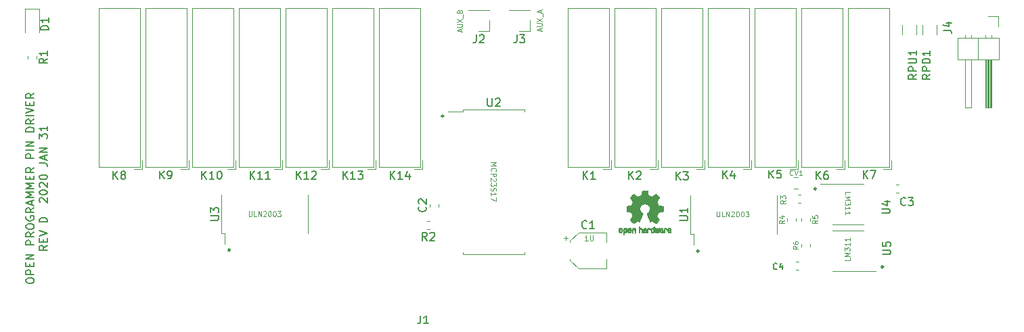
<source format=gbr>
G04 #@! TF.GenerationSoftware,KiCad,Pcbnew,(5.1.5)-3*
G04 #@! TF.CreationDate,2020-01-31T09:50:25-08:00*
G04 #@! TF.ProjectId,pin_driver,70696e5f-6472-4697-9665-722e6b696361,rev?*
G04 #@! TF.SameCoordinates,Original*
G04 #@! TF.FileFunction,Legend,Top*
G04 #@! TF.FilePolarity,Positive*
%FSLAX46Y46*%
G04 Gerber Fmt 4.6, Leading zero omitted, Abs format (unit mm)*
G04 Created by KiCad (PCBNEW (5.1.5)-3) date 2020-01-31 09:50:25*
%MOMM*%
%LPD*%
G04 APERTURE LIST*
%ADD10C,0.150000*%
%ADD11C,0.121920*%
%ADD12C,0.254000*%
%ADD13C,0.010000*%
%ADD14C,0.120000*%
%ADD15C,0.124460*%
%ADD16C,0.127000*%
G04 APERTURE END LIST*
D10*
X52322980Y-154568657D02*
X52322980Y-154378180D01*
X52370600Y-154282942D01*
X52465838Y-154187704D01*
X52656314Y-154140085D01*
X52989647Y-154140085D01*
X53180123Y-154187704D01*
X53275361Y-154282942D01*
X53322980Y-154378180D01*
X53322980Y-154568657D01*
X53275361Y-154663895D01*
X53180123Y-154759133D01*
X52989647Y-154806752D01*
X52656314Y-154806752D01*
X52465838Y-154759133D01*
X52370600Y-154663895D01*
X52322980Y-154568657D01*
X53322980Y-153711514D02*
X52322980Y-153711514D01*
X52322980Y-153330561D01*
X52370600Y-153235323D01*
X52418219Y-153187704D01*
X52513457Y-153140085D01*
X52656314Y-153140085D01*
X52751552Y-153187704D01*
X52799171Y-153235323D01*
X52846790Y-153330561D01*
X52846790Y-153711514D01*
X52799171Y-152711514D02*
X52799171Y-152378180D01*
X53322980Y-152235323D02*
X53322980Y-152711514D01*
X52322980Y-152711514D01*
X52322980Y-152235323D01*
X53322980Y-151806752D02*
X52322980Y-151806752D01*
X53322980Y-151235323D01*
X52322980Y-151235323D01*
X53322980Y-149997228D02*
X52322980Y-149997228D01*
X52322980Y-149616276D01*
X52370600Y-149521038D01*
X52418219Y-149473419D01*
X52513457Y-149425800D01*
X52656314Y-149425800D01*
X52751552Y-149473419D01*
X52799171Y-149521038D01*
X52846790Y-149616276D01*
X52846790Y-149997228D01*
X53322980Y-148425800D02*
X52846790Y-148759133D01*
X53322980Y-148997228D02*
X52322980Y-148997228D01*
X52322980Y-148616276D01*
X52370600Y-148521038D01*
X52418219Y-148473419D01*
X52513457Y-148425800D01*
X52656314Y-148425800D01*
X52751552Y-148473419D01*
X52799171Y-148521038D01*
X52846790Y-148616276D01*
X52846790Y-148997228D01*
X52322980Y-147806752D02*
X52322980Y-147616276D01*
X52370600Y-147521038D01*
X52465838Y-147425800D01*
X52656314Y-147378180D01*
X52989647Y-147378180D01*
X53180123Y-147425800D01*
X53275361Y-147521038D01*
X53322980Y-147616276D01*
X53322980Y-147806752D01*
X53275361Y-147901990D01*
X53180123Y-147997228D01*
X52989647Y-148044847D01*
X52656314Y-148044847D01*
X52465838Y-147997228D01*
X52370600Y-147901990D01*
X52322980Y-147806752D01*
X52370600Y-146425800D02*
X52322980Y-146521038D01*
X52322980Y-146663895D01*
X52370600Y-146806752D01*
X52465838Y-146901990D01*
X52561076Y-146949609D01*
X52751552Y-146997228D01*
X52894409Y-146997228D01*
X53084885Y-146949609D01*
X53180123Y-146901990D01*
X53275361Y-146806752D01*
X53322980Y-146663895D01*
X53322980Y-146568657D01*
X53275361Y-146425800D01*
X53227742Y-146378180D01*
X52894409Y-146378180D01*
X52894409Y-146568657D01*
X53322980Y-145378180D02*
X52846790Y-145711514D01*
X53322980Y-145949609D02*
X52322980Y-145949609D01*
X52322980Y-145568657D01*
X52370600Y-145473419D01*
X52418219Y-145425800D01*
X52513457Y-145378180D01*
X52656314Y-145378180D01*
X52751552Y-145425800D01*
X52799171Y-145473419D01*
X52846790Y-145568657D01*
X52846790Y-145949609D01*
X53037266Y-144997228D02*
X53037266Y-144521038D01*
X53322980Y-145092466D02*
X52322980Y-144759133D01*
X53322980Y-144425800D01*
X53322980Y-144092466D02*
X52322980Y-144092466D01*
X53037266Y-143759133D01*
X52322980Y-143425800D01*
X53322980Y-143425800D01*
X53322980Y-142949609D02*
X52322980Y-142949609D01*
X53037266Y-142616276D01*
X52322980Y-142282942D01*
X53322980Y-142282942D01*
X52799171Y-141806752D02*
X52799171Y-141473419D01*
X53322980Y-141330561D02*
X53322980Y-141806752D01*
X52322980Y-141806752D01*
X52322980Y-141330561D01*
X53322980Y-140330561D02*
X52846790Y-140663895D01*
X53322980Y-140901990D02*
X52322980Y-140901990D01*
X52322980Y-140521038D01*
X52370600Y-140425800D01*
X52418219Y-140378180D01*
X52513457Y-140330561D01*
X52656314Y-140330561D01*
X52751552Y-140378180D01*
X52799171Y-140425800D01*
X52846790Y-140521038D01*
X52846790Y-140901990D01*
X53322980Y-139140085D02*
X52322980Y-139140085D01*
X52322980Y-138759133D01*
X52370600Y-138663895D01*
X52418219Y-138616276D01*
X52513457Y-138568657D01*
X52656314Y-138568657D01*
X52751552Y-138616276D01*
X52799171Y-138663895D01*
X52846790Y-138759133D01*
X52846790Y-139140085D01*
X53322980Y-138140085D02*
X52322980Y-138140085D01*
X53322980Y-137663895D02*
X52322980Y-137663895D01*
X53322980Y-137092466D01*
X52322980Y-137092466D01*
X53322980Y-135854371D02*
X52322980Y-135854371D01*
X52322980Y-135616276D01*
X52370600Y-135473419D01*
X52465838Y-135378180D01*
X52561076Y-135330561D01*
X52751552Y-135282942D01*
X52894409Y-135282942D01*
X53084885Y-135330561D01*
X53180123Y-135378180D01*
X53275361Y-135473419D01*
X53322980Y-135616276D01*
X53322980Y-135854371D01*
X53322980Y-134282942D02*
X52846790Y-134616276D01*
X53322980Y-134854371D02*
X52322980Y-134854371D01*
X52322980Y-134473419D01*
X52370600Y-134378180D01*
X52418219Y-134330561D01*
X52513457Y-134282942D01*
X52656314Y-134282942D01*
X52751552Y-134330561D01*
X52799171Y-134378180D01*
X52846790Y-134473419D01*
X52846790Y-134854371D01*
X53322980Y-133854371D02*
X52322980Y-133854371D01*
X52322980Y-133521038D02*
X53322980Y-133187704D01*
X52322980Y-132854371D01*
X52799171Y-132521038D02*
X52799171Y-132187704D01*
X53322980Y-132044847D02*
X53322980Y-132521038D01*
X52322980Y-132521038D01*
X52322980Y-132044847D01*
X53322980Y-131044847D02*
X52846790Y-131378180D01*
X53322980Y-131616276D02*
X52322980Y-131616276D01*
X52322980Y-131235323D01*
X52370600Y-131140085D01*
X52418219Y-131092466D01*
X52513457Y-131044847D01*
X52656314Y-131044847D01*
X52751552Y-131092466D01*
X52799171Y-131140085D01*
X52846790Y-131235323D01*
X52846790Y-131616276D01*
X54972980Y-150092466D02*
X54496790Y-150425800D01*
X54972980Y-150663895D02*
X53972980Y-150663895D01*
X53972980Y-150282942D01*
X54020600Y-150187704D01*
X54068219Y-150140085D01*
X54163457Y-150092466D01*
X54306314Y-150092466D01*
X54401552Y-150140085D01*
X54449171Y-150187704D01*
X54496790Y-150282942D01*
X54496790Y-150663895D01*
X54449171Y-149663895D02*
X54449171Y-149330561D01*
X54972980Y-149187704D02*
X54972980Y-149663895D01*
X53972980Y-149663895D01*
X53972980Y-149187704D01*
X53972980Y-148901990D02*
X54972980Y-148568657D01*
X53972980Y-148235323D01*
X54972980Y-147140085D02*
X53972980Y-147140085D01*
X53972980Y-146901990D01*
X54020600Y-146759133D01*
X54115838Y-146663895D01*
X54211076Y-146616276D01*
X54401552Y-146568657D01*
X54544409Y-146568657D01*
X54734885Y-146616276D01*
X54830123Y-146663895D01*
X54925361Y-146759133D01*
X54972980Y-146901990D01*
X54972980Y-147140085D01*
X54068219Y-144663895D02*
X54020600Y-144616276D01*
X53972980Y-144521038D01*
X53972980Y-144282942D01*
X54020600Y-144187704D01*
X54068219Y-144140085D01*
X54163457Y-144092466D01*
X54258695Y-144092466D01*
X54401552Y-144140085D01*
X54972980Y-144711514D01*
X54972980Y-144092466D01*
X53972980Y-143473419D02*
X53972980Y-143378180D01*
X54020600Y-143282942D01*
X54068219Y-143235323D01*
X54163457Y-143187704D01*
X54353933Y-143140085D01*
X54592028Y-143140085D01*
X54782504Y-143187704D01*
X54877742Y-143235323D01*
X54925361Y-143282942D01*
X54972980Y-143378180D01*
X54972980Y-143473419D01*
X54925361Y-143568657D01*
X54877742Y-143616276D01*
X54782504Y-143663895D01*
X54592028Y-143711514D01*
X54353933Y-143711514D01*
X54163457Y-143663895D01*
X54068219Y-143616276D01*
X54020600Y-143568657D01*
X53972980Y-143473419D01*
X54068219Y-142759133D02*
X54020600Y-142711514D01*
X53972980Y-142616276D01*
X53972980Y-142378180D01*
X54020600Y-142282942D01*
X54068219Y-142235323D01*
X54163457Y-142187704D01*
X54258695Y-142187704D01*
X54401552Y-142235323D01*
X54972980Y-142806752D01*
X54972980Y-142187704D01*
X53972980Y-141568657D02*
X53972980Y-141473419D01*
X54020600Y-141378180D01*
X54068219Y-141330561D01*
X54163457Y-141282942D01*
X54353933Y-141235323D01*
X54592028Y-141235323D01*
X54782504Y-141282942D01*
X54877742Y-141330561D01*
X54925361Y-141378180D01*
X54972980Y-141473419D01*
X54972980Y-141568657D01*
X54925361Y-141663895D01*
X54877742Y-141711514D01*
X54782504Y-141759133D01*
X54592028Y-141806752D01*
X54353933Y-141806752D01*
X54163457Y-141759133D01*
X54068219Y-141711514D01*
X54020600Y-141663895D01*
X53972980Y-141568657D01*
X53972980Y-139759133D02*
X54687266Y-139759133D01*
X54830123Y-139806752D01*
X54925361Y-139901990D01*
X54972980Y-140044847D01*
X54972980Y-140140085D01*
X54687266Y-139330561D02*
X54687266Y-138854371D01*
X54972980Y-139425800D02*
X53972980Y-139092466D01*
X54972980Y-138759133D01*
X54972980Y-138425800D02*
X53972980Y-138425800D01*
X54972980Y-137854371D01*
X53972980Y-137854371D01*
X53972980Y-136711514D02*
X53972980Y-136092466D01*
X54353933Y-136425800D01*
X54353933Y-136282942D01*
X54401552Y-136187704D01*
X54449171Y-136140085D01*
X54544409Y-136092466D01*
X54782504Y-136092466D01*
X54877742Y-136140085D01*
X54925361Y-136187704D01*
X54972980Y-136282942D01*
X54972980Y-136568657D01*
X54925361Y-136663895D01*
X54877742Y-136711514D01*
X54972980Y-135140085D02*
X54972980Y-135711514D01*
X54972980Y-135425800D02*
X53972980Y-135425800D01*
X54115838Y-135521038D01*
X54211076Y-135616276D01*
X54258695Y-135711514D01*
D11*
X116691833Y-123194838D02*
X116691833Y-122892457D01*
X116873261Y-123255314D02*
X116238261Y-123043647D01*
X116873261Y-122831980D01*
X116238261Y-122620314D02*
X116752309Y-122620314D01*
X116812785Y-122590076D01*
X116843023Y-122559838D01*
X116873261Y-122499361D01*
X116873261Y-122378409D01*
X116843023Y-122317933D01*
X116812785Y-122287695D01*
X116752309Y-122257457D01*
X116238261Y-122257457D01*
X116238261Y-122015552D02*
X116873261Y-121592219D01*
X116238261Y-121592219D02*
X116873261Y-122015552D01*
X116933738Y-121501504D02*
X116933738Y-121017695D01*
X116691833Y-120896742D02*
X116691833Y-120594361D01*
X116873261Y-120957219D02*
X116238261Y-120745552D01*
X116873261Y-120533885D01*
X106709633Y-123290995D02*
X106709633Y-122988614D01*
X106891061Y-123351471D02*
X106256061Y-123139804D01*
X106891061Y-122928138D01*
X106256061Y-122716471D02*
X106770109Y-122716471D01*
X106830585Y-122686233D01*
X106860823Y-122655995D01*
X106891061Y-122595519D01*
X106891061Y-122474566D01*
X106860823Y-122414090D01*
X106830585Y-122383852D01*
X106770109Y-122353614D01*
X106256061Y-122353614D01*
X106256061Y-122111709D02*
X106891061Y-121688376D01*
X106256061Y-121688376D02*
X106891061Y-122111709D01*
X106951538Y-121597661D02*
X106951538Y-121113852D01*
X106558442Y-120750995D02*
X106588680Y-120660280D01*
X106618919Y-120630042D01*
X106679395Y-120599804D01*
X106770109Y-120599804D01*
X106830585Y-120630042D01*
X106860823Y-120660280D01*
X106891061Y-120720757D01*
X106891061Y-120962661D01*
X106256061Y-120962661D01*
X106256061Y-120750995D01*
X106286300Y-120690519D01*
X106316538Y-120660280D01*
X106377014Y-120630042D01*
X106437490Y-120630042D01*
X106497966Y-120660280D01*
X106528204Y-120690519D01*
X106558442Y-120750995D01*
X106558442Y-120962661D01*
X122607009Y-149486861D02*
X122244152Y-149486861D01*
X122425580Y-149486861D02*
X122425580Y-148851861D01*
X122365104Y-148942576D01*
X122304628Y-149003052D01*
X122244152Y-149033290D01*
X122879152Y-148851861D02*
X122879152Y-149365909D01*
X122909390Y-149426385D01*
X122939628Y-149456623D01*
X123000104Y-149486861D01*
X123121057Y-149486861D01*
X123181533Y-149456623D01*
X123211771Y-149426385D01*
X123242009Y-149365909D01*
X123242009Y-148851861D01*
X110482138Y-139703628D02*
X111117138Y-139703628D01*
X110663566Y-139915295D01*
X111117138Y-140126961D01*
X110482138Y-140126961D01*
X110542614Y-140792200D02*
X110512376Y-140761961D01*
X110482138Y-140671247D01*
X110482138Y-140610771D01*
X110512376Y-140520057D01*
X110572852Y-140459580D01*
X110633328Y-140429342D01*
X110754280Y-140399104D01*
X110844995Y-140399104D01*
X110965947Y-140429342D01*
X111026423Y-140459580D01*
X111086900Y-140520057D01*
X111117138Y-140610771D01*
X111117138Y-140671247D01*
X111086900Y-140761961D01*
X111056661Y-140792200D01*
X110482138Y-141064342D02*
X111117138Y-141064342D01*
X111117138Y-141306247D01*
X111086900Y-141366723D01*
X111056661Y-141396961D01*
X110996185Y-141427200D01*
X110905471Y-141427200D01*
X110844995Y-141396961D01*
X110814757Y-141366723D01*
X110784519Y-141306247D01*
X110784519Y-141064342D01*
X111056661Y-141669104D02*
X111086900Y-141699342D01*
X111117138Y-141759819D01*
X111117138Y-141911009D01*
X111086900Y-141971485D01*
X111056661Y-142001723D01*
X110996185Y-142031961D01*
X110935709Y-142031961D01*
X110844995Y-142001723D01*
X110482138Y-141638866D01*
X110482138Y-142031961D01*
X111117138Y-142243628D02*
X111117138Y-142636723D01*
X110875233Y-142425057D01*
X110875233Y-142515771D01*
X110844995Y-142576247D01*
X110814757Y-142606485D01*
X110754280Y-142636723D01*
X110603090Y-142636723D01*
X110542614Y-142606485D01*
X110512376Y-142576247D01*
X110482138Y-142515771D01*
X110482138Y-142334342D01*
X110512376Y-142273866D01*
X110542614Y-142243628D01*
X110512376Y-142878628D02*
X110482138Y-142969342D01*
X110482138Y-143120533D01*
X110512376Y-143181009D01*
X110542614Y-143211247D01*
X110603090Y-143241485D01*
X110663566Y-143241485D01*
X110724042Y-143211247D01*
X110754280Y-143181009D01*
X110784519Y-143120533D01*
X110814757Y-142999580D01*
X110844995Y-142939104D01*
X110875233Y-142908866D01*
X110935709Y-142878628D01*
X110996185Y-142878628D01*
X111056661Y-142908866D01*
X111086900Y-142939104D01*
X111117138Y-142999580D01*
X111117138Y-143150771D01*
X111086900Y-143241485D01*
X110482138Y-143846247D02*
X110482138Y-143483390D01*
X110482138Y-143664819D02*
X111117138Y-143664819D01*
X111026423Y-143604342D01*
X110965947Y-143543866D01*
X110935709Y-143483390D01*
X111117138Y-144057914D02*
X111117138Y-144481247D01*
X110482138Y-144209104D01*
X80188404Y-145803861D02*
X80188404Y-146317909D01*
X80218642Y-146378385D01*
X80248880Y-146408623D01*
X80309357Y-146438861D01*
X80430309Y-146438861D01*
X80490785Y-146408623D01*
X80521023Y-146378385D01*
X80551261Y-146317909D01*
X80551261Y-145803861D01*
X81156023Y-146438861D02*
X80853642Y-146438861D01*
X80853642Y-145803861D01*
X81367690Y-146438861D02*
X81367690Y-145803861D01*
X81730547Y-146438861D01*
X81730547Y-145803861D01*
X82002690Y-145864338D02*
X82032928Y-145834100D01*
X82093404Y-145803861D01*
X82244595Y-145803861D01*
X82305071Y-145834100D01*
X82335309Y-145864338D01*
X82365547Y-145924814D01*
X82365547Y-145985290D01*
X82335309Y-146076004D01*
X81972452Y-146438861D01*
X82365547Y-146438861D01*
X82758642Y-145803861D02*
X82819119Y-145803861D01*
X82879595Y-145834100D01*
X82909833Y-145864338D01*
X82940071Y-145924814D01*
X82970309Y-146045766D01*
X82970309Y-146196957D01*
X82940071Y-146317909D01*
X82909833Y-146378385D01*
X82879595Y-146408623D01*
X82819119Y-146438861D01*
X82758642Y-146438861D01*
X82698166Y-146408623D01*
X82667928Y-146378385D01*
X82637690Y-146317909D01*
X82607452Y-146196957D01*
X82607452Y-146045766D01*
X82637690Y-145924814D01*
X82667928Y-145864338D01*
X82698166Y-145834100D01*
X82758642Y-145803861D01*
X83363404Y-145803861D02*
X83423880Y-145803861D01*
X83484357Y-145834100D01*
X83514595Y-145864338D01*
X83544833Y-145924814D01*
X83575071Y-146045766D01*
X83575071Y-146196957D01*
X83544833Y-146317909D01*
X83514595Y-146378385D01*
X83484357Y-146408623D01*
X83423880Y-146438861D01*
X83363404Y-146438861D01*
X83302928Y-146408623D01*
X83272690Y-146378385D01*
X83242452Y-146317909D01*
X83212214Y-146196957D01*
X83212214Y-146045766D01*
X83242452Y-145924814D01*
X83272690Y-145864338D01*
X83302928Y-145834100D01*
X83363404Y-145803861D01*
X83786738Y-145803861D02*
X84179833Y-145803861D01*
X83968166Y-146045766D01*
X84058880Y-146045766D01*
X84119357Y-146076004D01*
X84149595Y-146106242D01*
X84179833Y-146166719D01*
X84179833Y-146317909D01*
X84149595Y-146378385D01*
X84119357Y-146408623D01*
X84058880Y-146438861D01*
X83877452Y-146438861D01*
X83816976Y-146408623D01*
X83786738Y-146378385D01*
X138735404Y-145829261D02*
X138735404Y-146343309D01*
X138765642Y-146403785D01*
X138795880Y-146434023D01*
X138856357Y-146464261D01*
X138977309Y-146464261D01*
X139037785Y-146434023D01*
X139068023Y-146403785D01*
X139098261Y-146343309D01*
X139098261Y-145829261D01*
X139703023Y-146464261D02*
X139400642Y-146464261D01*
X139400642Y-145829261D01*
X139914690Y-146464261D02*
X139914690Y-145829261D01*
X140277547Y-146464261D01*
X140277547Y-145829261D01*
X140549690Y-145889738D02*
X140579928Y-145859500D01*
X140640404Y-145829261D01*
X140791595Y-145829261D01*
X140852071Y-145859500D01*
X140882309Y-145889738D01*
X140912547Y-145950214D01*
X140912547Y-146010690D01*
X140882309Y-146101404D01*
X140519452Y-146464261D01*
X140912547Y-146464261D01*
X141305642Y-145829261D02*
X141366119Y-145829261D01*
X141426595Y-145859500D01*
X141456833Y-145889738D01*
X141487071Y-145950214D01*
X141517309Y-146071166D01*
X141517309Y-146222357D01*
X141487071Y-146343309D01*
X141456833Y-146403785D01*
X141426595Y-146434023D01*
X141366119Y-146464261D01*
X141305642Y-146464261D01*
X141245166Y-146434023D01*
X141214928Y-146403785D01*
X141184690Y-146343309D01*
X141154452Y-146222357D01*
X141154452Y-146071166D01*
X141184690Y-145950214D01*
X141214928Y-145889738D01*
X141245166Y-145859500D01*
X141305642Y-145829261D01*
X141910404Y-145829261D02*
X141970880Y-145829261D01*
X142031357Y-145859500D01*
X142061595Y-145889738D01*
X142091833Y-145950214D01*
X142122071Y-146071166D01*
X142122071Y-146222357D01*
X142091833Y-146343309D01*
X142061595Y-146403785D01*
X142031357Y-146434023D01*
X141970880Y-146464261D01*
X141910404Y-146464261D01*
X141849928Y-146434023D01*
X141819690Y-146403785D01*
X141789452Y-146343309D01*
X141759214Y-146222357D01*
X141759214Y-146071166D01*
X141789452Y-145950214D01*
X141819690Y-145889738D01*
X141849928Y-145859500D01*
X141910404Y-145829261D01*
X142333738Y-145829261D02*
X142726833Y-145829261D01*
X142515166Y-146071166D01*
X142605880Y-146071166D01*
X142666357Y-146101404D01*
X142696595Y-146131642D01*
X142726833Y-146192119D01*
X142726833Y-146343309D01*
X142696595Y-146403785D01*
X142666357Y-146434023D01*
X142605880Y-146464261D01*
X142424452Y-146464261D01*
X142363976Y-146434023D01*
X142333738Y-146403785D01*
X155379661Y-151619252D02*
X155379661Y-151921633D01*
X154744661Y-151921633D01*
X155379661Y-151407585D02*
X154744661Y-151407585D01*
X155198233Y-151195919D01*
X154744661Y-150984252D01*
X155379661Y-150984252D01*
X154744661Y-150742347D02*
X154744661Y-150349252D01*
X154986566Y-150560919D01*
X154986566Y-150470204D01*
X155016804Y-150409728D01*
X155047042Y-150379490D01*
X155107519Y-150349252D01*
X155258709Y-150349252D01*
X155319185Y-150379490D01*
X155349423Y-150409728D01*
X155379661Y-150470204D01*
X155379661Y-150651633D01*
X155349423Y-150712109D01*
X155319185Y-150742347D01*
X155379661Y-149744490D02*
X155379661Y-150107347D01*
X155379661Y-149925919D02*
X154744661Y-149925919D01*
X154835376Y-149986395D01*
X154895852Y-150046871D01*
X154926090Y-150107347D01*
X155379661Y-149139728D02*
X155379661Y-149502585D01*
X155379661Y-149321157D02*
X154744661Y-149321157D01*
X154835376Y-149381633D01*
X154895852Y-149442109D01*
X154926090Y-149502585D01*
X154779738Y-143731947D02*
X154779738Y-143429566D01*
X155414738Y-143429566D01*
X154779738Y-143943614D02*
X155414738Y-143943614D01*
X154961166Y-144155280D01*
X155414738Y-144366947D01*
X154779738Y-144366947D01*
X155414738Y-144608852D02*
X155414738Y-145001947D01*
X155172833Y-144790280D01*
X155172833Y-144880995D01*
X155142595Y-144941471D01*
X155112357Y-144971709D01*
X155051880Y-145001947D01*
X154900690Y-145001947D01*
X154840214Y-144971709D01*
X154809976Y-144941471D01*
X154779738Y-144880995D01*
X154779738Y-144699566D01*
X154809976Y-144639090D01*
X154840214Y-144608852D01*
X154779738Y-145606709D02*
X154779738Y-145243852D01*
X154779738Y-145425280D02*
X155414738Y-145425280D01*
X155324023Y-145364804D01*
X155263547Y-145304328D01*
X155233309Y-145243852D01*
X154779738Y-146211471D02*
X154779738Y-145848614D01*
X154779738Y-146030042D02*
X155414738Y-146030042D01*
X155324023Y-145969566D01*
X155263547Y-145909090D01*
X155233309Y-145848614D01*
D12*
X77851000Y-150647400D02*
G75*
G03X77851000Y-150647400I-127000J0D01*
G01*
X104546400Y-133858000D02*
G75*
G03X104546400Y-133858000I-127000J0D01*
G01*
X136499600Y-150774400D02*
G75*
G03X136499600Y-150774400I-127000J0D01*
G01*
X151180800Y-142976600D02*
G75*
G03X151180800Y-142976600I-127000J0D01*
G01*
X159562800Y-152755600D02*
G75*
G03X159562800Y-152755600I-127000J0D01*
G01*
D13*
G36*
X129821710Y-143190748D02*
G01*
X129900254Y-143191178D01*
X129957098Y-143192342D01*
X129995905Y-143194607D01*
X130020338Y-143198340D01*
X130034062Y-143203906D01*
X130040740Y-143211673D01*
X130044036Y-143222005D01*
X130044356Y-143223343D01*
X130049362Y-143247479D01*
X130058629Y-143295101D01*
X130071192Y-143361141D01*
X130086087Y-143440528D01*
X130102351Y-143528196D01*
X130102919Y-143531275D01*
X130119210Y-143617189D01*
X130134452Y-143693096D01*
X130147661Y-143754445D01*
X130157854Y-143796682D01*
X130164048Y-143815255D01*
X130164343Y-143815584D01*
X130182588Y-143824653D01*
X130220205Y-143839767D01*
X130269071Y-143857662D01*
X130269343Y-143857758D01*
X130330893Y-143880893D01*
X130403457Y-143910365D01*
X130471857Y-143939997D01*
X130475094Y-143941462D01*
X130586502Y-143992026D01*
X130833199Y-143823560D01*
X130908877Y-143772203D01*
X130977431Y-143726289D01*
X131034888Y-143688430D01*
X131077276Y-143661237D01*
X131100625Y-143647321D01*
X131102842Y-143646289D01*
X131119810Y-143650884D01*
X131151501Y-143673055D01*
X131199152Y-143713847D01*
X131263998Y-143774305D01*
X131330197Y-143838627D01*
X131394014Y-143902012D01*
X131451129Y-143959851D01*
X131498105Y-144008575D01*
X131531503Y-144044610D01*
X131547885Y-144064384D01*
X131548494Y-144065402D01*
X131550305Y-144078972D01*
X131543483Y-144101133D01*
X131526340Y-144134878D01*
X131497193Y-144183200D01*
X131454355Y-144249092D01*
X131397248Y-144333917D01*
X131346566Y-144408577D01*
X131301261Y-144475540D01*
X131263950Y-144530916D01*
X131237252Y-144570820D01*
X131223785Y-144591362D01*
X131222937Y-144592756D01*
X131224581Y-144612438D01*
X131237045Y-144650693D01*
X131257848Y-144700289D01*
X131265262Y-144716128D01*
X131297614Y-144786690D01*
X131332128Y-144866753D01*
X131360165Y-144936029D01*
X131380368Y-144987445D01*
X131396415Y-145026519D01*
X131405688Y-145046941D01*
X131406841Y-145048514D01*
X131423896Y-145051121D01*
X131464098Y-145058263D01*
X131522102Y-145068923D01*
X131592563Y-145082085D01*
X131670135Y-145096733D01*
X131749472Y-145111849D01*
X131825231Y-145126418D01*
X131892064Y-145139422D01*
X131944628Y-145149845D01*
X131977576Y-145156670D01*
X131985657Y-145158599D01*
X131994005Y-145163362D01*
X132000306Y-145174118D01*
X132004845Y-145194498D01*
X132007904Y-145228134D01*
X132009767Y-145278655D01*
X132010718Y-145349692D01*
X132011040Y-145444876D01*
X132011057Y-145483892D01*
X132011057Y-145801199D01*
X131934857Y-145816239D01*
X131892463Y-145824395D01*
X131829200Y-145836299D01*
X131752762Y-145850516D01*
X131670843Y-145865610D01*
X131648200Y-145869755D01*
X131572606Y-145884453D01*
X131506753Y-145898905D01*
X131456166Y-145911775D01*
X131426374Y-145921722D01*
X131421412Y-145924687D01*
X131409226Y-145945683D01*
X131391753Y-145986367D01*
X131372377Y-146038722D01*
X131368534Y-146050000D01*
X131343139Y-146119923D01*
X131311617Y-146198818D01*
X131280769Y-146269666D01*
X131280617Y-146269995D01*
X131229247Y-146381133D01*
X131398199Y-146629653D01*
X131567152Y-146878172D01*
X131350229Y-147095458D01*
X131284619Y-147160126D01*
X131224779Y-147217133D01*
X131174067Y-147263433D01*
X131135846Y-147295984D01*
X131113475Y-147311743D01*
X131110266Y-147312743D01*
X131091426Y-147304869D01*
X131052980Y-147282978D01*
X130999130Y-147249667D01*
X130934076Y-147207531D01*
X130863740Y-147160343D01*
X130792355Y-147112210D01*
X130728708Y-147070328D01*
X130676841Y-147037271D01*
X130640795Y-147015618D01*
X130624667Y-147007943D01*
X130604989Y-147014437D01*
X130567675Y-147031550D01*
X130520421Y-147055726D01*
X130515412Y-147058413D01*
X130451777Y-147090327D01*
X130408141Y-147105979D01*
X130381002Y-147106145D01*
X130366857Y-147091604D01*
X130366775Y-147091400D01*
X130359705Y-147074179D01*
X130342842Y-147033299D01*
X130317495Y-146971925D01*
X130284971Y-146893219D01*
X130246578Y-146800347D01*
X130203622Y-146696472D01*
X130162022Y-146595902D01*
X130116304Y-146484916D01*
X130074326Y-146382103D01*
X130037348Y-146290615D01*
X130006627Y-146213601D01*
X129983422Y-146154215D01*
X129968990Y-146115609D01*
X129964543Y-146101200D01*
X129975696Y-146084672D01*
X130004869Y-146058330D01*
X130043771Y-146029287D01*
X130154557Y-145937439D01*
X130241151Y-145832159D01*
X130302516Y-145715666D01*
X130337615Y-145590176D01*
X130345408Y-145457907D01*
X130339743Y-145396857D01*
X130308878Y-145270195D01*
X130255720Y-145158341D01*
X130183567Y-145062401D01*
X130095717Y-144983476D01*
X129995465Y-144922670D01*
X129886110Y-144881087D01*
X129770947Y-144859828D01*
X129653275Y-144859999D01*
X129536390Y-144882701D01*
X129423589Y-144929038D01*
X129318169Y-145000113D01*
X129274168Y-145040311D01*
X129189779Y-145143529D01*
X129131022Y-145256325D01*
X129097504Y-145375410D01*
X129088835Y-145497495D01*
X129104623Y-145619293D01*
X129144478Y-145737516D01*
X129208007Y-145848875D01*
X129294821Y-145950084D01*
X129391829Y-146029287D01*
X129432237Y-146059562D01*
X129460782Y-146085619D01*
X129471057Y-146101225D01*
X129465677Y-146118243D01*
X129450375Y-146158900D01*
X129426412Y-146220042D01*
X129395044Y-146298519D01*
X129357532Y-146391180D01*
X129315133Y-146494872D01*
X129273463Y-146595926D01*
X129227490Y-146707007D01*
X129184907Y-146809941D01*
X129147021Y-146901565D01*
X129115140Y-146978716D01*
X129090571Y-147038231D01*
X129074620Y-147076944D01*
X129068710Y-147091400D01*
X129054748Y-147106085D01*
X129027740Y-147106042D01*
X128984213Y-147090499D01*
X128920690Y-147058684D01*
X128920188Y-147058413D01*
X128872360Y-147033723D01*
X128833697Y-147015738D01*
X128811895Y-147008014D01*
X128810933Y-147007943D01*
X128794521Y-147015778D01*
X128758287Y-147037565D01*
X128706274Y-147070728D01*
X128642525Y-147112691D01*
X128571860Y-147160343D01*
X128499916Y-147208591D01*
X128435074Y-147250551D01*
X128381535Y-147283627D01*
X128343497Y-147305221D01*
X128325333Y-147312743D01*
X128308608Y-147302857D01*
X128274980Y-147275226D01*
X128227810Y-147232895D01*
X128170458Y-147178905D01*
X128106284Y-147116299D01*
X128085297Y-147095383D01*
X127868299Y-146878023D01*
X128033468Y-146635620D01*
X128083664Y-146561181D01*
X128127719Y-146494372D01*
X128163162Y-146439065D01*
X128187519Y-146399129D01*
X128198322Y-146378436D01*
X128198638Y-146376963D01*
X128192943Y-146357458D01*
X128177626Y-146318222D01*
X128155337Y-146265830D01*
X128139693Y-146230755D01*
X128110441Y-146163601D01*
X128082894Y-146095758D01*
X128061537Y-146038434D01*
X128055735Y-146020972D01*
X128039252Y-145974338D01*
X128023140Y-145938305D01*
X128014290Y-145924687D01*
X127994760Y-145916352D01*
X127952134Y-145904537D01*
X127891945Y-145890581D01*
X127819722Y-145875822D01*
X127787400Y-145869755D01*
X127705322Y-145854673D01*
X127626595Y-145840069D01*
X127558909Y-145827380D01*
X127509960Y-145818042D01*
X127500743Y-145816239D01*
X127424543Y-145801199D01*
X127424543Y-145483892D01*
X127424714Y-145379554D01*
X127425416Y-145300613D01*
X127426934Y-145243438D01*
X127429549Y-145204399D01*
X127433546Y-145179865D01*
X127439209Y-145166205D01*
X127446820Y-145159789D01*
X127449943Y-145158599D01*
X127468778Y-145154380D01*
X127510388Y-145145962D01*
X127569430Y-145134361D01*
X127640557Y-145120595D01*
X127718425Y-145105680D01*
X127797687Y-145090632D01*
X127872998Y-145076469D01*
X127939013Y-145064206D01*
X127990387Y-145054861D01*
X128021775Y-145049450D01*
X128028759Y-145048514D01*
X128035085Y-145035996D01*
X128049090Y-145002646D01*
X128068155Y-144954777D01*
X128075434Y-144936029D01*
X128104796Y-144863595D01*
X128139371Y-144783570D01*
X128170337Y-144716128D01*
X128193123Y-144664559D01*
X128208282Y-144622185D01*
X128213342Y-144596234D01*
X128212536Y-144592756D01*
X128201841Y-144576336D01*
X128177420Y-144539817D01*
X128141895Y-144487087D01*
X128097887Y-144422035D01*
X128048017Y-144348551D01*
X128038156Y-144334045D01*
X127980292Y-144248104D01*
X127937756Y-144182661D01*
X127908854Y-144134704D01*
X127891890Y-144101220D01*
X127885167Y-144079195D01*
X127886990Y-144065617D01*
X127887036Y-144065531D01*
X127901386Y-144047697D01*
X127933123Y-144013217D01*
X127978810Y-143965668D01*
X128035004Y-143908622D01*
X128098268Y-143845655D01*
X128105402Y-143838627D01*
X128185130Y-143761420D01*
X128246657Y-143704730D01*
X128291221Y-143667510D01*
X128320057Y-143648715D01*
X128332758Y-143646289D01*
X128351294Y-143656871D01*
X128389761Y-143681316D01*
X128444186Y-143717012D01*
X128510598Y-143761347D01*
X128585025Y-143811711D01*
X128602401Y-143823560D01*
X128849097Y-143992026D01*
X128960506Y-143941462D01*
X129028257Y-143911995D01*
X129100983Y-143882359D01*
X129163503Y-143858730D01*
X129166257Y-143857758D01*
X129215160Y-143839857D01*
X129252857Y-143824720D01*
X129271225Y-143815610D01*
X129271256Y-143815584D01*
X129277085Y-143799117D01*
X129286992Y-143758619D01*
X129299995Y-143698642D01*
X129315109Y-143623740D01*
X129331352Y-143538464D01*
X129332681Y-143531275D01*
X129348975Y-143443414D01*
X129363933Y-143363660D01*
X129376591Y-143297081D01*
X129385986Y-143248747D01*
X129391154Y-143223725D01*
X129391244Y-143223343D01*
X129394389Y-143212699D01*
X129400504Y-143204662D01*
X129413253Y-143198867D01*
X129436300Y-143194947D01*
X129473309Y-143192535D01*
X129527944Y-143191265D01*
X129603867Y-143190771D01*
X129704744Y-143190686D01*
X129717800Y-143190686D01*
X129821710Y-143190748D01*
G37*
X129821710Y-143190748D02*
X129900254Y-143191178D01*
X129957098Y-143192342D01*
X129995905Y-143194607D01*
X130020338Y-143198340D01*
X130034062Y-143203906D01*
X130040740Y-143211673D01*
X130044036Y-143222005D01*
X130044356Y-143223343D01*
X130049362Y-143247479D01*
X130058629Y-143295101D01*
X130071192Y-143361141D01*
X130086087Y-143440528D01*
X130102351Y-143528196D01*
X130102919Y-143531275D01*
X130119210Y-143617189D01*
X130134452Y-143693096D01*
X130147661Y-143754445D01*
X130157854Y-143796682D01*
X130164048Y-143815255D01*
X130164343Y-143815584D01*
X130182588Y-143824653D01*
X130220205Y-143839767D01*
X130269071Y-143857662D01*
X130269343Y-143857758D01*
X130330893Y-143880893D01*
X130403457Y-143910365D01*
X130471857Y-143939997D01*
X130475094Y-143941462D01*
X130586502Y-143992026D01*
X130833199Y-143823560D01*
X130908877Y-143772203D01*
X130977431Y-143726289D01*
X131034888Y-143688430D01*
X131077276Y-143661237D01*
X131100625Y-143647321D01*
X131102842Y-143646289D01*
X131119810Y-143650884D01*
X131151501Y-143673055D01*
X131199152Y-143713847D01*
X131263998Y-143774305D01*
X131330197Y-143838627D01*
X131394014Y-143902012D01*
X131451129Y-143959851D01*
X131498105Y-144008575D01*
X131531503Y-144044610D01*
X131547885Y-144064384D01*
X131548494Y-144065402D01*
X131550305Y-144078972D01*
X131543483Y-144101133D01*
X131526340Y-144134878D01*
X131497193Y-144183200D01*
X131454355Y-144249092D01*
X131397248Y-144333917D01*
X131346566Y-144408577D01*
X131301261Y-144475540D01*
X131263950Y-144530916D01*
X131237252Y-144570820D01*
X131223785Y-144591362D01*
X131222937Y-144592756D01*
X131224581Y-144612438D01*
X131237045Y-144650693D01*
X131257848Y-144700289D01*
X131265262Y-144716128D01*
X131297614Y-144786690D01*
X131332128Y-144866753D01*
X131360165Y-144936029D01*
X131380368Y-144987445D01*
X131396415Y-145026519D01*
X131405688Y-145046941D01*
X131406841Y-145048514D01*
X131423896Y-145051121D01*
X131464098Y-145058263D01*
X131522102Y-145068923D01*
X131592563Y-145082085D01*
X131670135Y-145096733D01*
X131749472Y-145111849D01*
X131825231Y-145126418D01*
X131892064Y-145139422D01*
X131944628Y-145149845D01*
X131977576Y-145156670D01*
X131985657Y-145158599D01*
X131994005Y-145163362D01*
X132000306Y-145174118D01*
X132004845Y-145194498D01*
X132007904Y-145228134D01*
X132009767Y-145278655D01*
X132010718Y-145349692D01*
X132011040Y-145444876D01*
X132011057Y-145483892D01*
X132011057Y-145801199D01*
X131934857Y-145816239D01*
X131892463Y-145824395D01*
X131829200Y-145836299D01*
X131752762Y-145850516D01*
X131670843Y-145865610D01*
X131648200Y-145869755D01*
X131572606Y-145884453D01*
X131506753Y-145898905D01*
X131456166Y-145911775D01*
X131426374Y-145921722D01*
X131421412Y-145924687D01*
X131409226Y-145945683D01*
X131391753Y-145986367D01*
X131372377Y-146038722D01*
X131368534Y-146050000D01*
X131343139Y-146119923D01*
X131311617Y-146198818D01*
X131280769Y-146269666D01*
X131280617Y-146269995D01*
X131229247Y-146381133D01*
X131398199Y-146629653D01*
X131567152Y-146878172D01*
X131350229Y-147095458D01*
X131284619Y-147160126D01*
X131224779Y-147217133D01*
X131174067Y-147263433D01*
X131135846Y-147295984D01*
X131113475Y-147311743D01*
X131110266Y-147312743D01*
X131091426Y-147304869D01*
X131052980Y-147282978D01*
X130999130Y-147249667D01*
X130934076Y-147207531D01*
X130863740Y-147160343D01*
X130792355Y-147112210D01*
X130728708Y-147070328D01*
X130676841Y-147037271D01*
X130640795Y-147015618D01*
X130624667Y-147007943D01*
X130604989Y-147014437D01*
X130567675Y-147031550D01*
X130520421Y-147055726D01*
X130515412Y-147058413D01*
X130451777Y-147090327D01*
X130408141Y-147105979D01*
X130381002Y-147106145D01*
X130366857Y-147091604D01*
X130366775Y-147091400D01*
X130359705Y-147074179D01*
X130342842Y-147033299D01*
X130317495Y-146971925D01*
X130284971Y-146893219D01*
X130246578Y-146800347D01*
X130203622Y-146696472D01*
X130162022Y-146595902D01*
X130116304Y-146484916D01*
X130074326Y-146382103D01*
X130037348Y-146290615D01*
X130006627Y-146213601D01*
X129983422Y-146154215D01*
X129968990Y-146115609D01*
X129964543Y-146101200D01*
X129975696Y-146084672D01*
X130004869Y-146058330D01*
X130043771Y-146029287D01*
X130154557Y-145937439D01*
X130241151Y-145832159D01*
X130302516Y-145715666D01*
X130337615Y-145590176D01*
X130345408Y-145457907D01*
X130339743Y-145396857D01*
X130308878Y-145270195D01*
X130255720Y-145158341D01*
X130183567Y-145062401D01*
X130095717Y-144983476D01*
X129995465Y-144922670D01*
X129886110Y-144881087D01*
X129770947Y-144859828D01*
X129653275Y-144859999D01*
X129536390Y-144882701D01*
X129423589Y-144929038D01*
X129318169Y-145000113D01*
X129274168Y-145040311D01*
X129189779Y-145143529D01*
X129131022Y-145256325D01*
X129097504Y-145375410D01*
X129088835Y-145497495D01*
X129104623Y-145619293D01*
X129144478Y-145737516D01*
X129208007Y-145848875D01*
X129294821Y-145950084D01*
X129391829Y-146029287D01*
X129432237Y-146059562D01*
X129460782Y-146085619D01*
X129471057Y-146101225D01*
X129465677Y-146118243D01*
X129450375Y-146158900D01*
X129426412Y-146220042D01*
X129395044Y-146298519D01*
X129357532Y-146391180D01*
X129315133Y-146494872D01*
X129273463Y-146595926D01*
X129227490Y-146707007D01*
X129184907Y-146809941D01*
X129147021Y-146901565D01*
X129115140Y-146978716D01*
X129090571Y-147038231D01*
X129074620Y-147076944D01*
X129068710Y-147091400D01*
X129054748Y-147106085D01*
X129027740Y-147106042D01*
X128984213Y-147090499D01*
X128920690Y-147058684D01*
X128920188Y-147058413D01*
X128872360Y-147033723D01*
X128833697Y-147015738D01*
X128811895Y-147008014D01*
X128810933Y-147007943D01*
X128794521Y-147015778D01*
X128758287Y-147037565D01*
X128706274Y-147070728D01*
X128642525Y-147112691D01*
X128571860Y-147160343D01*
X128499916Y-147208591D01*
X128435074Y-147250551D01*
X128381535Y-147283627D01*
X128343497Y-147305221D01*
X128325333Y-147312743D01*
X128308608Y-147302857D01*
X128274980Y-147275226D01*
X128227810Y-147232895D01*
X128170458Y-147178905D01*
X128106284Y-147116299D01*
X128085297Y-147095383D01*
X127868299Y-146878023D01*
X128033468Y-146635620D01*
X128083664Y-146561181D01*
X128127719Y-146494372D01*
X128163162Y-146439065D01*
X128187519Y-146399129D01*
X128198322Y-146378436D01*
X128198638Y-146376963D01*
X128192943Y-146357458D01*
X128177626Y-146318222D01*
X128155337Y-146265830D01*
X128139693Y-146230755D01*
X128110441Y-146163601D01*
X128082894Y-146095758D01*
X128061537Y-146038434D01*
X128055735Y-146020972D01*
X128039252Y-145974338D01*
X128023140Y-145938305D01*
X128014290Y-145924687D01*
X127994760Y-145916352D01*
X127952134Y-145904537D01*
X127891945Y-145890581D01*
X127819722Y-145875822D01*
X127787400Y-145869755D01*
X127705322Y-145854673D01*
X127626595Y-145840069D01*
X127558909Y-145827380D01*
X127509960Y-145818042D01*
X127500743Y-145816239D01*
X127424543Y-145801199D01*
X127424543Y-145483892D01*
X127424714Y-145379554D01*
X127425416Y-145300613D01*
X127426934Y-145243438D01*
X127429549Y-145204399D01*
X127433546Y-145179865D01*
X127439209Y-145166205D01*
X127446820Y-145159789D01*
X127449943Y-145158599D01*
X127468778Y-145154380D01*
X127510388Y-145145962D01*
X127569430Y-145134361D01*
X127640557Y-145120595D01*
X127718425Y-145105680D01*
X127797687Y-145090632D01*
X127872998Y-145076469D01*
X127939013Y-145064206D01*
X127990387Y-145054861D01*
X128021775Y-145049450D01*
X128028759Y-145048514D01*
X128035085Y-145035996D01*
X128049090Y-145002646D01*
X128068155Y-144954777D01*
X128075434Y-144936029D01*
X128104796Y-144863595D01*
X128139371Y-144783570D01*
X128170337Y-144716128D01*
X128193123Y-144664559D01*
X128208282Y-144622185D01*
X128213342Y-144596234D01*
X128212536Y-144592756D01*
X128201841Y-144576336D01*
X128177420Y-144539817D01*
X128141895Y-144487087D01*
X128097887Y-144422035D01*
X128048017Y-144348551D01*
X128038156Y-144334045D01*
X127980292Y-144248104D01*
X127937756Y-144182661D01*
X127908854Y-144134704D01*
X127891890Y-144101220D01*
X127885167Y-144079195D01*
X127886990Y-144065617D01*
X127887036Y-144065531D01*
X127901386Y-144047697D01*
X127933123Y-144013217D01*
X127978810Y-143965668D01*
X128035004Y-143908622D01*
X128098268Y-143845655D01*
X128105402Y-143838627D01*
X128185130Y-143761420D01*
X128246657Y-143704730D01*
X128291221Y-143667510D01*
X128320057Y-143648715D01*
X128332758Y-143646289D01*
X128351294Y-143656871D01*
X128389761Y-143681316D01*
X128444186Y-143717012D01*
X128510598Y-143761347D01*
X128585025Y-143811711D01*
X128602401Y-143823560D01*
X128849097Y-143992026D01*
X128960506Y-143941462D01*
X129028257Y-143911995D01*
X129100983Y-143882359D01*
X129163503Y-143858730D01*
X129166257Y-143857758D01*
X129215160Y-143839857D01*
X129252857Y-143824720D01*
X129271225Y-143815610D01*
X129271256Y-143815584D01*
X129277085Y-143799117D01*
X129286992Y-143758619D01*
X129299995Y-143698642D01*
X129315109Y-143623740D01*
X129331352Y-143538464D01*
X129332681Y-143531275D01*
X129348975Y-143443414D01*
X129363933Y-143363660D01*
X129376591Y-143297081D01*
X129385986Y-143248747D01*
X129391154Y-143223725D01*
X129391244Y-143223343D01*
X129394389Y-143212699D01*
X129400504Y-143204662D01*
X129413253Y-143198867D01*
X129436300Y-143194947D01*
X129473309Y-143192535D01*
X129527944Y-143191265D01*
X129603867Y-143190771D01*
X129704744Y-143190686D01*
X129717800Y-143190686D01*
X129821710Y-143190748D01*
G36*
X132871395Y-147915366D02*
G01*
X132928821Y-147952897D01*
X132956519Y-147986496D01*
X132978462Y-148047464D01*
X132980205Y-148095708D01*
X132976257Y-148160216D01*
X132827486Y-148225334D01*
X132755149Y-148258602D01*
X132707884Y-148285364D01*
X132683307Y-148308544D01*
X132679037Y-148331067D01*
X132692689Y-148355855D01*
X132707743Y-148372286D01*
X132751546Y-148398635D01*
X132799189Y-148400481D01*
X132842945Y-148379946D01*
X132875089Y-148339152D01*
X132880838Y-148324747D01*
X132908376Y-148279756D01*
X132940058Y-148260582D01*
X132983514Y-148244179D01*
X132983514Y-148306366D01*
X132979672Y-148348683D01*
X132964623Y-148384369D01*
X132933080Y-148425343D01*
X132928392Y-148430667D01*
X132893306Y-148467120D01*
X132863147Y-148486683D01*
X132825415Y-148495683D01*
X132794135Y-148498630D01*
X132738185Y-148499365D01*
X132698355Y-148490060D01*
X132673508Y-148476246D01*
X132634456Y-148445867D01*
X132607425Y-148413013D01*
X132590317Y-148371694D01*
X132581038Y-148315921D01*
X132577493Y-148239705D01*
X132577210Y-148201022D01*
X132578172Y-148154647D01*
X132665807Y-148154647D01*
X132666823Y-148179526D01*
X132669356Y-148183600D01*
X132686074Y-148178065D01*
X132722049Y-148163417D01*
X132770131Y-148142590D01*
X132780186Y-148138114D01*
X132840952Y-148107214D01*
X132874432Y-148080057D01*
X132881790Y-148054620D01*
X132864191Y-148028881D01*
X132849656Y-148017509D01*
X132797210Y-147994764D01*
X132748122Y-147998522D01*
X132707027Y-148026284D01*
X132678558Y-148075552D01*
X132669431Y-148114657D01*
X132665807Y-148154647D01*
X132578172Y-148154647D01*
X132579085Y-148110649D01*
X132585996Y-148043784D01*
X132599684Y-147995095D01*
X132621896Y-147959249D01*
X132654374Y-147930913D01*
X132668533Y-147921755D01*
X132732853Y-147897907D01*
X132803273Y-147896406D01*
X132871395Y-147915366D01*
G37*
X132871395Y-147915366D02*
X132928821Y-147952897D01*
X132956519Y-147986496D01*
X132978462Y-148047464D01*
X132980205Y-148095708D01*
X132976257Y-148160216D01*
X132827486Y-148225334D01*
X132755149Y-148258602D01*
X132707884Y-148285364D01*
X132683307Y-148308544D01*
X132679037Y-148331067D01*
X132692689Y-148355855D01*
X132707743Y-148372286D01*
X132751546Y-148398635D01*
X132799189Y-148400481D01*
X132842945Y-148379946D01*
X132875089Y-148339152D01*
X132880838Y-148324747D01*
X132908376Y-148279756D01*
X132940058Y-148260582D01*
X132983514Y-148244179D01*
X132983514Y-148306366D01*
X132979672Y-148348683D01*
X132964623Y-148384369D01*
X132933080Y-148425343D01*
X132928392Y-148430667D01*
X132893306Y-148467120D01*
X132863147Y-148486683D01*
X132825415Y-148495683D01*
X132794135Y-148498630D01*
X132738185Y-148499365D01*
X132698355Y-148490060D01*
X132673508Y-148476246D01*
X132634456Y-148445867D01*
X132607425Y-148413013D01*
X132590317Y-148371694D01*
X132581038Y-148315921D01*
X132577493Y-148239705D01*
X132577210Y-148201022D01*
X132578172Y-148154647D01*
X132665807Y-148154647D01*
X132666823Y-148179526D01*
X132669356Y-148183600D01*
X132686074Y-148178065D01*
X132722049Y-148163417D01*
X132770131Y-148142590D01*
X132780186Y-148138114D01*
X132840952Y-148107214D01*
X132874432Y-148080057D01*
X132881790Y-148054620D01*
X132864191Y-148028881D01*
X132849656Y-148017509D01*
X132797210Y-147994764D01*
X132748122Y-147998522D01*
X132707027Y-148026284D01*
X132678558Y-148075552D01*
X132669431Y-148114657D01*
X132665807Y-148154647D01*
X132578172Y-148154647D01*
X132579085Y-148110649D01*
X132585996Y-148043784D01*
X132599684Y-147995095D01*
X132621896Y-147959249D01*
X132654374Y-147930913D01*
X132668533Y-147921755D01*
X132732853Y-147897907D01*
X132803273Y-147896406D01*
X132871395Y-147915366D01*
G36*
X132370400Y-147907152D02*
G01*
X132387748Y-147914734D01*
X132429156Y-147947528D01*
X132464565Y-147994947D01*
X132486464Y-148045551D01*
X132490029Y-148070498D01*
X132478079Y-148105327D01*
X132451867Y-148123757D01*
X132423764Y-148134916D01*
X132410895Y-148136972D01*
X132404629Y-148122049D01*
X132392256Y-148089575D01*
X132386828Y-148074902D01*
X132356390Y-148024144D01*
X132312320Y-147998827D01*
X132255810Y-147999606D01*
X132251625Y-148000603D01*
X132221455Y-148014907D01*
X132199276Y-148042793D01*
X132184127Y-148087687D01*
X132175050Y-148153015D01*
X132171086Y-148242204D01*
X132170714Y-148289661D01*
X132170530Y-148364471D01*
X132169322Y-148415469D01*
X132166109Y-148447871D01*
X132159909Y-148466895D01*
X132149740Y-148477756D01*
X132134619Y-148485672D01*
X132133746Y-148486070D01*
X132104628Y-148498381D01*
X132090203Y-148502914D01*
X132087986Y-148489209D01*
X132086089Y-148451325D01*
X132084647Y-148394115D01*
X132083798Y-148322427D01*
X132083629Y-148269965D01*
X132084492Y-148168447D01*
X132087870Y-148091432D01*
X132094942Y-148034423D01*
X132106888Y-147992926D01*
X132124890Y-147962443D01*
X132150127Y-147938480D01*
X132175047Y-147921755D01*
X132234971Y-147899497D01*
X132304711Y-147894476D01*
X132370400Y-147907152D01*
G37*
X132370400Y-147907152D02*
X132387748Y-147914734D01*
X132429156Y-147947528D01*
X132464565Y-147994947D01*
X132486464Y-148045551D01*
X132490029Y-148070498D01*
X132478079Y-148105327D01*
X132451867Y-148123757D01*
X132423764Y-148134916D01*
X132410895Y-148136972D01*
X132404629Y-148122049D01*
X132392256Y-148089575D01*
X132386828Y-148074902D01*
X132356390Y-148024144D01*
X132312320Y-147998827D01*
X132255810Y-147999606D01*
X132251625Y-148000603D01*
X132221455Y-148014907D01*
X132199276Y-148042793D01*
X132184127Y-148087687D01*
X132175050Y-148153015D01*
X132171086Y-148242204D01*
X132170714Y-148289661D01*
X132170530Y-148364471D01*
X132169322Y-148415469D01*
X132166109Y-148447871D01*
X132159909Y-148466895D01*
X132149740Y-148477756D01*
X132134619Y-148485672D01*
X132133746Y-148486070D01*
X132104628Y-148498381D01*
X132090203Y-148502914D01*
X132087986Y-148489209D01*
X132086089Y-148451325D01*
X132084647Y-148394115D01*
X132083798Y-148322427D01*
X132083629Y-148269965D01*
X132084492Y-148168447D01*
X132087870Y-148091432D01*
X132094942Y-148034423D01*
X132106888Y-147992926D01*
X132124890Y-147962443D01*
X132150127Y-147938480D01*
X132175047Y-147921755D01*
X132234971Y-147899497D01*
X132304711Y-147894476D01*
X132370400Y-147907152D01*
G36*
X131862676Y-147904735D02*
G01*
X131904467Y-147923744D01*
X131937269Y-147946778D01*
X131961303Y-147972533D01*
X131977897Y-148005758D01*
X131988377Y-148051200D01*
X131994071Y-148113607D01*
X131996307Y-148197727D01*
X131996543Y-148253121D01*
X131996543Y-148469226D01*
X131959574Y-148486070D01*
X131930456Y-148498381D01*
X131916031Y-148502914D01*
X131913272Y-148489425D01*
X131911082Y-148453053D01*
X131909742Y-148399942D01*
X131909457Y-148357772D01*
X131908234Y-148296847D01*
X131904936Y-148248515D01*
X131900121Y-148218918D01*
X131896296Y-148212629D01*
X131870583Y-148219052D01*
X131830218Y-148235525D01*
X131783479Y-148257858D01*
X131738645Y-148281857D01*
X131703993Y-148303330D01*
X131687802Y-148318085D01*
X131687738Y-148318245D01*
X131689130Y-148345552D01*
X131701618Y-148371619D01*
X131723543Y-148392792D01*
X131755543Y-148399874D01*
X131782892Y-148399049D01*
X131821626Y-148398442D01*
X131841958Y-148407516D01*
X131854169Y-148431492D01*
X131855709Y-148436013D01*
X131861003Y-148470206D01*
X131846847Y-148490968D01*
X131809948Y-148500862D01*
X131770089Y-148502692D01*
X131698362Y-148489127D01*
X131661232Y-148469755D01*
X131615376Y-148424245D01*
X131591056Y-148368383D01*
X131588873Y-148309357D01*
X131609429Y-148254353D01*
X131640349Y-148219886D01*
X131671220Y-148200589D01*
X131719742Y-148176159D01*
X131776285Y-148151385D01*
X131785710Y-148147599D01*
X131847819Y-148120191D01*
X131883622Y-148096034D01*
X131895137Y-148072019D01*
X131884380Y-148045035D01*
X131865914Y-148023943D01*
X131822269Y-147997972D01*
X131774246Y-147996024D01*
X131730206Y-148016037D01*
X131698509Y-148055951D01*
X131694349Y-148066248D01*
X131670127Y-148104124D01*
X131634765Y-148132242D01*
X131590143Y-148155317D01*
X131590143Y-148089885D01*
X131592769Y-148049906D01*
X131604030Y-148018397D01*
X131628999Y-147984778D01*
X131652969Y-147958884D01*
X131690241Y-147922217D01*
X131719201Y-147902521D01*
X131750305Y-147894620D01*
X131785513Y-147893314D01*
X131862676Y-147904735D01*
G37*
X131862676Y-147904735D02*
X131904467Y-147923744D01*
X131937269Y-147946778D01*
X131961303Y-147972533D01*
X131977897Y-148005758D01*
X131988377Y-148051200D01*
X131994071Y-148113607D01*
X131996307Y-148197727D01*
X131996543Y-148253121D01*
X131996543Y-148469226D01*
X131959574Y-148486070D01*
X131930456Y-148498381D01*
X131916031Y-148502914D01*
X131913272Y-148489425D01*
X131911082Y-148453053D01*
X131909742Y-148399942D01*
X131909457Y-148357772D01*
X131908234Y-148296847D01*
X131904936Y-148248515D01*
X131900121Y-148218918D01*
X131896296Y-148212629D01*
X131870583Y-148219052D01*
X131830218Y-148235525D01*
X131783479Y-148257858D01*
X131738645Y-148281857D01*
X131703993Y-148303330D01*
X131687802Y-148318085D01*
X131687738Y-148318245D01*
X131689130Y-148345552D01*
X131701618Y-148371619D01*
X131723543Y-148392792D01*
X131755543Y-148399874D01*
X131782892Y-148399049D01*
X131821626Y-148398442D01*
X131841958Y-148407516D01*
X131854169Y-148431492D01*
X131855709Y-148436013D01*
X131861003Y-148470206D01*
X131846847Y-148490968D01*
X131809948Y-148500862D01*
X131770089Y-148502692D01*
X131698362Y-148489127D01*
X131661232Y-148469755D01*
X131615376Y-148424245D01*
X131591056Y-148368383D01*
X131588873Y-148309357D01*
X131609429Y-148254353D01*
X131640349Y-148219886D01*
X131671220Y-148200589D01*
X131719742Y-148176159D01*
X131776285Y-148151385D01*
X131785710Y-148147599D01*
X131847819Y-148120191D01*
X131883622Y-148096034D01*
X131895137Y-148072019D01*
X131884380Y-148045035D01*
X131865914Y-148023943D01*
X131822269Y-147997972D01*
X131774246Y-147996024D01*
X131730206Y-148016037D01*
X131698509Y-148055951D01*
X131694349Y-148066248D01*
X131670127Y-148104124D01*
X131634765Y-148132242D01*
X131590143Y-148155317D01*
X131590143Y-148089885D01*
X131592769Y-148049906D01*
X131604030Y-148018397D01*
X131628999Y-147984778D01*
X131652969Y-147958884D01*
X131690241Y-147922217D01*
X131719201Y-147902521D01*
X131750305Y-147894620D01*
X131785513Y-147893314D01*
X131862676Y-147904735D01*
G36*
X131497633Y-147907063D02*
G01*
X131499848Y-147945250D01*
X131501584Y-148003286D01*
X131502699Y-148076580D01*
X131503057Y-148153455D01*
X131503057Y-148413596D01*
X131457126Y-148459527D01*
X131425475Y-148487829D01*
X131397690Y-148499293D01*
X131359715Y-148498568D01*
X131344640Y-148496721D01*
X131297526Y-148491348D01*
X131258556Y-148488269D01*
X131249057Y-148487985D01*
X131217033Y-148489845D01*
X131171232Y-148494514D01*
X131153474Y-148496721D01*
X131109857Y-148500135D01*
X131080545Y-148492720D01*
X131051480Y-148469827D01*
X131040988Y-148459527D01*
X130995057Y-148413596D01*
X130995057Y-147927002D01*
X131032026Y-147910158D01*
X131063859Y-147897682D01*
X131082483Y-147893314D01*
X131087258Y-147907118D01*
X131091721Y-147945686D01*
X131095575Y-148004756D01*
X131098522Y-148080063D01*
X131099943Y-148143686D01*
X131103914Y-148394057D01*
X131138559Y-148398956D01*
X131170068Y-148395531D01*
X131185508Y-148384441D01*
X131189823Y-148363708D01*
X131193508Y-148319545D01*
X131196269Y-148257546D01*
X131197812Y-148183309D01*
X131198035Y-148145106D01*
X131198257Y-147925183D01*
X131243966Y-147909249D01*
X131276318Y-147898415D01*
X131293915Y-147893362D01*
X131294423Y-147893314D01*
X131296188Y-147907048D01*
X131298129Y-147945130D01*
X131300082Y-148002882D01*
X131301884Y-148075627D01*
X131303143Y-148143686D01*
X131307114Y-148394057D01*
X131394200Y-148394057D01*
X131398196Y-148165640D01*
X131402192Y-147937222D01*
X131444647Y-147915268D01*
X131475992Y-147900193D01*
X131494544Y-147893351D01*
X131495079Y-147893314D01*
X131497633Y-147907063D01*
G37*
X131497633Y-147907063D02*
X131499848Y-147945250D01*
X131501584Y-148003286D01*
X131502699Y-148076580D01*
X131503057Y-148153455D01*
X131503057Y-148413596D01*
X131457126Y-148459527D01*
X131425475Y-148487829D01*
X131397690Y-148499293D01*
X131359715Y-148498568D01*
X131344640Y-148496721D01*
X131297526Y-148491348D01*
X131258556Y-148488269D01*
X131249057Y-148487985D01*
X131217033Y-148489845D01*
X131171232Y-148494514D01*
X131153474Y-148496721D01*
X131109857Y-148500135D01*
X131080545Y-148492720D01*
X131051480Y-148469827D01*
X131040988Y-148459527D01*
X130995057Y-148413596D01*
X130995057Y-147927002D01*
X131032026Y-147910158D01*
X131063859Y-147897682D01*
X131082483Y-147893314D01*
X131087258Y-147907118D01*
X131091721Y-147945686D01*
X131095575Y-148004756D01*
X131098522Y-148080063D01*
X131099943Y-148143686D01*
X131103914Y-148394057D01*
X131138559Y-148398956D01*
X131170068Y-148395531D01*
X131185508Y-148384441D01*
X131189823Y-148363708D01*
X131193508Y-148319545D01*
X131196269Y-148257546D01*
X131197812Y-148183309D01*
X131198035Y-148145106D01*
X131198257Y-147925183D01*
X131243966Y-147909249D01*
X131276318Y-147898415D01*
X131293915Y-147893362D01*
X131294423Y-147893314D01*
X131296188Y-147907048D01*
X131298129Y-147945130D01*
X131300082Y-148002882D01*
X131301884Y-148075627D01*
X131303143Y-148143686D01*
X131307114Y-148394057D01*
X131394200Y-148394057D01*
X131398196Y-148165640D01*
X131402192Y-147937222D01*
X131444647Y-147915268D01*
X131475992Y-147900193D01*
X131494544Y-147893351D01*
X131495079Y-147893314D01*
X131497633Y-147907063D01*
G36*
X130907917Y-148013758D02*
G01*
X130907733Y-148122237D01*
X130907019Y-148205687D01*
X130905475Y-148268104D01*
X130902801Y-148313485D01*
X130898694Y-148345829D01*
X130892855Y-148369133D01*
X130884982Y-148387395D01*
X130879021Y-148397818D01*
X130829655Y-148454345D01*
X130767064Y-148489777D01*
X130697813Y-148502490D01*
X130628468Y-148490863D01*
X130587175Y-148469968D01*
X130543825Y-148433822D01*
X130514281Y-148389676D01*
X130496455Y-148331862D01*
X130488263Y-148254713D01*
X130487102Y-148198114D01*
X130487258Y-148194047D01*
X130588657Y-148194047D01*
X130589276Y-148258950D01*
X130592114Y-148301914D01*
X130598640Y-148330022D01*
X130610323Y-148350353D01*
X130624283Y-148365688D01*
X130671165Y-148395290D01*
X130721501Y-148397819D01*
X130769076Y-148373105D01*
X130772779Y-148369756D01*
X130788583Y-148352335D01*
X130798493Y-148331609D01*
X130803858Y-148300762D01*
X130806028Y-148252977D01*
X130806371Y-148200148D01*
X130805627Y-148133781D01*
X130802548Y-148089506D01*
X130795861Y-148060409D01*
X130784296Y-148039573D01*
X130774813Y-148028507D01*
X130730760Y-148000598D01*
X130680024Y-147997243D01*
X130631596Y-148018559D01*
X130622250Y-148026473D01*
X130606340Y-148044047D01*
X130596410Y-148064987D01*
X130591078Y-148096182D01*
X130588963Y-148144522D01*
X130588657Y-148194047D01*
X130487258Y-148194047D01*
X130490610Y-148106968D01*
X130502526Y-148038486D01*
X130524935Y-147987000D01*
X130559924Y-147946843D01*
X130587175Y-147926261D01*
X130636707Y-147904025D01*
X130694116Y-147893704D01*
X130747482Y-147896467D01*
X130777343Y-147907612D01*
X130789061Y-147910783D01*
X130796837Y-147898957D01*
X130802265Y-147867266D01*
X130806371Y-147818993D01*
X130810867Y-147765229D01*
X130817113Y-147732882D01*
X130828476Y-147714385D01*
X130848328Y-147702170D01*
X130860800Y-147696762D01*
X130907971Y-147677001D01*
X130907917Y-148013758D01*
G37*
X130907917Y-148013758D02*
X130907733Y-148122237D01*
X130907019Y-148205687D01*
X130905475Y-148268104D01*
X130902801Y-148313485D01*
X130898694Y-148345829D01*
X130892855Y-148369133D01*
X130884982Y-148387395D01*
X130879021Y-148397818D01*
X130829655Y-148454345D01*
X130767064Y-148489777D01*
X130697813Y-148502490D01*
X130628468Y-148490863D01*
X130587175Y-148469968D01*
X130543825Y-148433822D01*
X130514281Y-148389676D01*
X130496455Y-148331862D01*
X130488263Y-148254713D01*
X130487102Y-148198114D01*
X130487258Y-148194047D01*
X130588657Y-148194047D01*
X130589276Y-148258950D01*
X130592114Y-148301914D01*
X130598640Y-148330022D01*
X130610323Y-148350353D01*
X130624283Y-148365688D01*
X130671165Y-148395290D01*
X130721501Y-148397819D01*
X130769076Y-148373105D01*
X130772779Y-148369756D01*
X130788583Y-148352335D01*
X130798493Y-148331609D01*
X130803858Y-148300762D01*
X130806028Y-148252977D01*
X130806371Y-148200148D01*
X130805627Y-148133781D01*
X130802548Y-148089506D01*
X130795861Y-148060409D01*
X130784296Y-148039573D01*
X130774813Y-148028507D01*
X130730760Y-148000598D01*
X130680024Y-147997243D01*
X130631596Y-148018559D01*
X130622250Y-148026473D01*
X130606340Y-148044047D01*
X130596410Y-148064987D01*
X130591078Y-148096182D01*
X130588963Y-148144522D01*
X130588657Y-148194047D01*
X130487258Y-148194047D01*
X130490610Y-148106968D01*
X130502526Y-148038486D01*
X130524935Y-147987000D01*
X130559924Y-147946843D01*
X130587175Y-147926261D01*
X130636707Y-147904025D01*
X130694116Y-147893704D01*
X130747482Y-147896467D01*
X130777343Y-147907612D01*
X130789061Y-147910783D01*
X130796837Y-147898957D01*
X130802265Y-147867266D01*
X130806371Y-147818993D01*
X130810867Y-147765229D01*
X130817113Y-147732882D01*
X130828476Y-147714385D01*
X130848328Y-147702170D01*
X130860800Y-147696762D01*
X130907971Y-147677001D01*
X130907917Y-148013758D01*
G36*
X130247726Y-147898155D02*
G01*
X130313658Y-147922484D01*
X130367073Y-147965517D01*
X130387964Y-147995809D01*
X130410739Y-148051394D01*
X130410266Y-148091586D01*
X130386362Y-148118617D01*
X130377517Y-148123213D01*
X130339330Y-148137544D01*
X130319828Y-148133872D01*
X130313222Y-148109807D01*
X130312886Y-148096514D01*
X130300792Y-148047610D01*
X130269271Y-148013399D01*
X130225459Y-147996876D01*
X130176495Y-148001034D01*
X130136694Y-148022627D01*
X130123250Y-148034944D01*
X130113721Y-148049887D01*
X130107285Y-148072475D01*
X130103117Y-148107728D01*
X130100397Y-148160666D01*
X130098302Y-148236307D01*
X130097760Y-148260257D01*
X130095781Y-148342190D01*
X130093531Y-148399855D01*
X130090157Y-148438008D01*
X130084806Y-148461404D01*
X130076624Y-148474798D01*
X130064759Y-148482945D01*
X130057162Y-148486544D01*
X130024902Y-148498852D01*
X130005911Y-148502914D01*
X129999636Y-148489348D01*
X129995806Y-148448334D01*
X129994400Y-148379399D01*
X129995398Y-148282069D01*
X129995708Y-148267057D01*
X129997901Y-148178259D01*
X130000493Y-148113419D01*
X130004182Y-148067467D01*
X130009664Y-148035335D01*
X130017635Y-148011953D01*
X130028793Y-147992252D01*
X130034630Y-147983810D01*
X130068096Y-147946457D01*
X130105527Y-147917403D01*
X130110109Y-147914867D01*
X130177226Y-147894843D01*
X130247726Y-147898155D01*
G37*
X130247726Y-147898155D02*
X130313658Y-147922484D01*
X130367073Y-147965517D01*
X130387964Y-147995809D01*
X130410739Y-148051394D01*
X130410266Y-148091586D01*
X130386362Y-148118617D01*
X130377517Y-148123213D01*
X130339330Y-148137544D01*
X130319828Y-148133872D01*
X130313222Y-148109807D01*
X130312886Y-148096514D01*
X130300792Y-148047610D01*
X130269271Y-148013399D01*
X130225459Y-147996876D01*
X130176495Y-148001034D01*
X130136694Y-148022627D01*
X130123250Y-148034944D01*
X130113721Y-148049887D01*
X130107285Y-148072475D01*
X130103117Y-148107728D01*
X130100397Y-148160666D01*
X130098302Y-148236307D01*
X130097760Y-148260257D01*
X130095781Y-148342190D01*
X130093531Y-148399855D01*
X130090157Y-148438008D01*
X130084806Y-148461404D01*
X130076624Y-148474798D01*
X130064759Y-148482945D01*
X130057162Y-148486544D01*
X130024902Y-148498852D01*
X130005911Y-148502914D01*
X129999636Y-148489348D01*
X129995806Y-148448334D01*
X129994400Y-148379399D01*
X129995398Y-148282069D01*
X129995708Y-148267057D01*
X129997901Y-148178259D01*
X130000493Y-148113419D01*
X130004182Y-148067467D01*
X130009664Y-148035335D01*
X130017635Y-148011953D01*
X130028793Y-147992252D01*
X130034630Y-147983810D01*
X130068096Y-147946457D01*
X130105527Y-147917403D01*
X130110109Y-147914867D01*
X130177226Y-147894843D01*
X130247726Y-147898155D01*
G36*
X129757544Y-147899368D02*
G01*
X129814416Y-147920487D01*
X129815067Y-147920893D01*
X129850240Y-147946780D01*
X129876207Y-147977033D01*
X129894470Y-148016458D01*
X129906532Y-148069862D01*
X129913896Y-148142051D01*
X129918064Y-148237832D01*
X129918429Y-148251478D01*
X129923676Y-148457242D01*
X129879516Y-148480078D01*
X129847563Y-148495510D01*
X129828270Y-148502823D01*
X129827378Y-148502914D01*
X129824039Y-148489422D01*
X129821387Y-148453026D01*
X129819756Y-148399852D01*
X129819400Y-148356793D01*
X129819392Y-148287041D01*
X129816203Y-148243237D01*
X129805088Y-148222344D01*
X129781301Y-148221325D01*
X129740096Y-148237141D01*
X129677886Y-148266215D01*
X129632141Y-148290363D01*
X129608613Y-148311313D01*
X129601696Y-148334147D01*
X129601686Y-148335277D01*
X129613099Y-148374612D01*
X129646892Y-148395862D01*
X129698609Y-148398939D01*
X129735861Y-148398406D01*
X129755503Y-148409135D01*
X129767752Y-148434905D01*
X129774802Y-148467737D01*
X129764642Y-148486366D01*
X129760817Y-148489032D01*
X129724801Y-148499740D01*
X129674366Y-148501256D01*
X129622426Y-148494159D01*
X129585622Y-148481188D01*
X129534738Y-148437985D01*
X129505814Y-148377846D01*
X129500086Y-148330862D01*
X129504457Y-148288482D01*
X129520275Y-148253888D01*
X129551597Y-148223163D01*
X129602478Y-148192390D01*
X129676976Y-148157652D01*
X129681514Y-148155688D01*
X129748621Y-148124687D01*
X129790032Y-148099262D01*
X129807781Y-148076414D01*
X129803907Y-148053145D01*
X129780443Y-148026456D01*
X129773427Y-148020314D01*
X129726430Y-147996500D01*
X129677733Y-147997503D01*
X129635322Y-148020851D01*
X129607184Y-148064075D01*
X129604569Y-148072560D01*
X129579108Y-148113708D01*
X129546801Y-148133528D01*
X129500086Y-148153170D01*
X129500086Y-148102350D01*
X129514296Y-148028482D01*
X129556475Y-147960727D01*
X129578424Y-147938061D01*
X129628317Y-147908969D01*
X129691767Y-147895800D01*
X129757544Y-147899368D01*
G37*
X129757544Y-147899368D02*
X129814416Y-147920487D01*
X129815067Y-147920893D01*
X129850240Y-147946780D01*
X129876207Y-147977033D01*
X129894470Y-148016458D01*
X129906532Y-148069862D01*
X129913896Y-148142051D01*
X129918064Y-148237832D01*
X129918429Y-148251478D01*
X129923676Y-148457242D01*
X129879516Y-148480078D01*
X129847563Y-148495510D01*
X129828270Y-148502823D01*
X129827378Y-148502914D01*
X129824039Y-148489422D01*
X129821387Y-148453026D01*
X129819756Y-148399852D01*
X129819400Y-148356793D01*
X129819392Y-148287041D01*
X129816203Y-148243237D01*
X129805088Y-148222344D01*
X129781301Y-148221325D01*
X129740096Y-148237141D01*
X129677886Y-148266215D01*
X129632141Y-148290363D01*
X129608613Y-148311313D01*
X129601696Y-148334147D01*
X129601686Y-148335277D01*
X129613099Y-148374612D01*
X129646892Y-148395862D01*
X129698609Y-148398939D01*
X129735861Y-148398406D01*
X129755503Y-148409135D01*
X129767752Y-148434905D01*
X129774802Y-148467737D01*
X129764642Y-148486366D01*
X129760817Y-148489032D01*
X129724801Y-148499740D01*
X129674366Y-148501256D01*
X129622426Y-148494159D01*
X129585622Y-148481188D01*
X129534738Y-148437985D01*
X129505814Y-148377846D01*
X129500086Y-148330862D01*
X129504457Y-148288482D01*
X129520275Y-148253888D01*
X129551597Y-148223163D01*
X129602478Y-148192390D01*
X129676976Y-148157652D01*
X129681514Y-148155688D01*
X129748621Y-148124687D01*
X129790032Y-148099262D01*
X129807781Y-148076414D01*
X129803907Y-148053145D01*
X129780443Y-148026456D01*
X129773427Y-148020314D01*
X129726430Y-147996500D01*
X129677733Y-147997503D01*
X129635322Y-148020851D01*
X129607184Y-148064075D01*
X129604569Y-148072560D01*
X129579108Y-148113708D01*
X129546801Y-148133528D01*
X129500086Y-148153170D01*
X129500086Y-148102350D01*
X129514296Y-148028482D01*
X129556475Y-147960727D01*
X129578424Y-147938061D01*
X129628317Y-147908969D01*
X129691767Y-147895800D01*
X129757544Y-147899368D01*
G36*
X129093686Y-147799689D02*
G01*
X129097939Y-147859013D01*
X129102825Y-147893972D01*
X129109595Y-147909220D01*
X129119502Y-147909415D01*
X129122714Y-147907595D01*
X129165444Y-147894415D01*
X129221027Y-147895185D01*
X129277537Y-147908733D01*
X129312882Y-147926261D01*
X129349121Y-147954261D01*
X129375613Y-147985949D01*
X129393799Y-148026213D01*
X129405122Y-148079943D01*
X129411022Y-148152026D01*
X129412943Y-148247351D01*
X129412977Y-148265637D01*
X129413000Y-148471046D01*
X129367291Y-148486980D01*
X129334827Y-148497820D01*
X129317015Y-148502868D01*
X129316491Y-148502914D01*
X129314737Y-148489228D01*
X129313244Y-148451476D01*
X129312126Y-148394624D01*
X129311497Y-148323634D01*
X129311400Y-148280473D01*
X129311198Y-148195373D01*
X129310158Y-148134381D01*
X129307631Y-148092577D01*
X129302964Y-148065042D01*
X129295507Y-148046856D01*
X129284611Y-148033098D01*
X129277807Y-148026473D01*
X129231072Y-147999775D01*
X129180072Y-147997775D01*
X129133801Y-148020355D01*
X129125244Y-148028507D01*
X129112693Y-148043836D01*
X129103988Y-148062018D01*
X129098431Y-148088309D01*
X129095326Y-148127962D01*
X129093976Y-148186232D01*
X129093686Y-148266573D01*
X129093686Y-148471046D01*
X129047977Y-148486980D01*
X129015513Y-148497820D01*
X128997701Y-148502868D01*
X128997177Y-148502914D01*
X128995837Y-148489023D01*
X128994628Y-148449839D01*
X128993601Y-148389100D01*
X128992802Y-148310541D01*
X128992281Y-148217898D01*
X128992086Y-148114909D01*
X128992086Y-147717742D01*
X129039257Y-147697844D01*
X129086429Y-147677947D01*
X129093686Y-147799689D01*
G37*
X129093686Y-147799689D02*
X129097939Y-147859013D01*
X129102825Y-147893972D01*
X129109595Y-147909220D01*
X129119502Y-147909415D01*
X129122714Y-147907595D01*
X129165444Y-147894415D01*
X129221027Y-147895185D01*
X129277537Y-147908733D01*
X129312882Y-147926261D01*
X129349121Y-147954261D01*
X129375613Y-147985949D01*
X129393799Y-148026213D01*
X129405122Y-148079943D01*
X129411022Y-148152026D01*
X129412943Y-148247351D01*
X129412977Y-148265637D01*
X129413000Y-148471046D01*
X129367291Y-148486980D01*
X129334827Y-148497820D01*
X129317015Y-148502868D01*
X129316491Y-148502914D01*
X129314737Y-148489228D01*
X129313244Y-148451476D01*
X129312126Y-148394624D01*
X129311497Y-148323634D01*
X129311400Y-148280473D01*
X129311198Y-148195373D01*
X129310158Y-148134381D01*
X129307631Y-148092577D01*
X129302964Y-148065042D01*
X129295507Y-148046856D01*
X129284611Y-148033098D01*
X129277807Y-148026473D01*
X129231072Y-147999775D01*
X129180072Y-147997775D01*
X129133801Y-148020355D01*
X129125244Y-148028507D01*
X129112693Y-148043836D01*
X129103988Y-148062018D01*
X129098431Y-148088309D01*
X129095326Y-148127962D01*
X129093976Y-148186232D01*
X129093686Y-148266573D01*
X129093686Y-148471046D01*
X129047977Y-148486980D01*
X129015513Y-148497820D01*
X128997701Y-148502868D01*
X128997177Y-148502914D01*
X128995837Y-148489023D01*
X128994628Y-148449839D01*
X128993601Y-148389100D01*
X128992802Y-148310541D01*
X128992281Y-148217898D01*
X128992086Y-148114909D01*
X128992086Y-147717742D01*
X129039257Y-147697844D01*
X129086429Y-147677947D01*
X129093686Y-147799689D01*
G36*
X127886103Y-147879639D02*
G01*
X127943327Y-147918135D01*
X127987549Y-147973735D01*
X128013967Y-148044486D01*
X128019310Y-148096562D01*
X128018703Y-148118293D01*
X128013622Y-148134931D01*
X127999655Y-148149837D01*
X127972389Y-148166373D01*
X127927412Y-148187898D01*
X127860311Y-148217774D01*
X127859971Y-148217924D01*
X127798207Y-148246213D01*
X127747559Y-148271333D01*
X127713204Y-148290579D01*
X127700318Y-148301248D01*
X127700314Y-148301334D01*
X127711672Y-148324566D01*
X127738231Y-148350174D01*
X127768723Y-148368621D01*
X127784170Y-148372286D01*
X127826315Y-148359612D01*
X127862608Y-148327871D01*
X127880317Y-148292972D01*
X127897352Y-148267245D01*
X127930722Y-148237946D01*
X127969949Y-148212635D01*
X128004556Y-148198871D01*
X128011793Y-148198114D01*
X128019939Y-148210560D01*
X128020430Y-148242372D01*
X128014443Y-148285266D01*
X128003157Y-148330958D01*
X127987750Y-148371161D01*
X127986971Y-148372722D01*
X127940604Y-148437462D01*
X127880511Y-148481497D01*
X127812265Y-148503111D01*
X127741438Y-148500585D01*
X127673604Y-148472204D01*
X127670588Y-148470208D01*
X127617227Y-148421848D01*
X127582140Y-148358752D01*
X127562722Y-148275787D01*
X127560116Y-148252478D01*
X127555501Y-148142455D01*
X127561033Y-148091148D01*
X127700314Y-148091148D01*
X127702124Y-148123153D01*
X127712022Y-148132493D01*
X127736698Y-148125505D01*
X127775595Y-148108987D01*
X127819075Y-148088281D01*
X127820156Y-148087733D01*
X127857009Y-148068349D01*
X127871800Y-148055413D01*
X127868153Y-148041851D01*
X127852795Y-148024032D01*
X127813723Y-147998245D01*
X127771646Y-147996350D01*
X127733903Y-148015117D01*
X127707834Y-148051315D01*
X127700314Y-148091148D01*
X127561033Y-148091148D01*
X127564994Y-148054427D01*
X127589350Y-147984612D01*
X127623256Y-147935702D01*
X127684453Y-147886278D01*
X127751863Y-147861759D01*
X127820680Y-147860197D01*
X127886103Y-147879639D01*
G37*
X127886103Y-147879639D02*
X127943327Y-147918135D01*
X127987549Y-147973735D01*
X128013967Y-148044486D01*
X128019310Y-148096562D01*
X128018703Y-148118293D01*
X128013622Y-148134931D01*
X127999655Y-148149837D01*
X127972389Y-148166373D01*
X127927412Y-148187898D01*
X127860311Y-148217774D01*
X127859971Y-148217924D01*
X127798207Y-148246213D01*
X127747559Y-148271333D01*
X127713204Y-148290579D01*
X127700318Y-148301248D01*
X127700314Y-148301334D01*
X127711672Y-148324566D01*
X127738231Y-148350174D01*
X127768723Y-148368621D01*
X127784170Y-148372286D01*
X127826315Y-148359612D01*
X127862608Y-148327871D01*
X127880317Y-148292972D01*
X127897352Y-148267245D01*
X127930722Y-148237946D01*
X127969949Y-148212635D01*
X128004556Y-148198871D01*
X128011793Y-148198114D01*
X128019939Y-148210560D01*
X128020430Y-148242372D01*
X128014443Y-148285266D01*
X128003157Y-148330958D01*
X127987750Y-148371161D01*
X127986971Y-148372722D01*
X127940604Y-148437462D01*
X127880511Y-148481497D01*
X127812265Y-148503111D01*
X127741438Y-148500585D01*
X127673604Y-148472204D01*
X127670588Y-148470208D01*
X127617227Y-148421848D01*
X127582140Y-148358752D01*
X127562722Y-148275787D01*
X127560116Y-148252478D01*
X127555501Y-148142455D01*
X127561033Y-148091148D01*
X127700314Y-148091148D01*
X127702124Y-148123153D01*
X127712022Y-148132493D01*
X127736698Y-148125505D01*
X127775595Y-148108987D01*
X127819075Y-148088281D01*
X127820156Y-148087733D01*
X127857009Y-148068349D01*
X127871800Y-148055413D01*
X127868153Y-148041851D01*
X127852795Y-148024032D01*
X127813723Y-147998245D01*
X127771646Y-147996350D01*
X127733903Y-148015117D01*
X127707834Y-148051315D01*
X127700314Y-148091148D01*
X127561033Y-148091148D01*
X127564994Y-148054427D01*
X127589350Y-147984612D01*
X127623256Y-147935702D01*
X127684453Y-147886278D01*
X127751863Y-147861759D01*
X127820680Y-147860197D01*
X127886103Y-147879639D01*
G36*
X126758915Y-147870362D02*
G01*
X126826945Y-147906133D01*
X126877151Y-147963701D01*
X126894985Y-148000712D01*
X126908863Y-148056282D01*
X126915967Y-148126496D01*
X126916640Y-148203127D01*
X126911227Y-148277952D01*
X126900070Y-148342742D01*
X126883514Y-148389273D01*
X126878426Y-148397287D01*
X126818155Y-148457107D01*
X126746569Y-148492935D01*
X126668892Y-148503420D01*
X126590348Y-148487210D01*
X126568489Y-148477492D01*
X126525922Y-148447543D01*
X126488563Y-148407833D01*
X126485032Y-148402797D01*
X126470681Y-148378524D01*
X126461194Y-148352578D01*
X126455590Y-148318422D01*
X126452886Y-148269519D01*
X126452099Y-148199335D01*
X126452086Y-148183600D01*
X126452122Y-148178592D01*
X126597229Y-148178592D01*
X126598073Y-148244830D01*
X126601396Y-148288786D01*
X126608383Y-148317179D01*
X126620216Y-148336725D01*
X126626257Y-148343257D01*
X126660986Y-148368080D01*
X126694703Y-148366948D01*
X126728795Y-148345416D01*
X126749129Y-148322429D01*
X126761171Y-148288878D01*
X126767934Y-148235969D01*
X126768398Y-148229799D01*
X126769552Y-148133913D01*
X126757488Y-148062699D01*
X126732370Y-148016594D01*
X126694360Y-147996035D01*
X126680792Y-147994914D01*
X126645164Y-148000552D01*
X126620794Y-148020086D01*
X126605893Y-148057442D01*
X126598675Y-148116550D01*
X126597229Y-148178592D01*
X126452122Y-148178592D01*
X126452626Y-148108813D01*
X126454896Y-148056559D01*
X126459868Y-148020349D01*
X126468513Y-147993699D01*
X126481805Y-147970122D01*
X126484743Y-147965738D01*
X126534113Y-147906649D01*
X126587909Y-147872347D01*
X126653402Y-147858731D01*
X126675642Y-147858065D01*
X126758915Y-147870362D01*
G37*
X126758915Y-147870362D02*
X126826945Y-147906133D01*
X126877151Y-147963701D01*
X126894985Y-148000712D01*
X126908863Y-148056282D01*
X126915967Y-148126496D01*
X126916640Y-148203127D01*
X126911227Y-148277952D01*
X126900070Y-148342742D01*
X126883514Y-148389273D01*
X126878426Y-148397287D01*
X126818155Y-148457107D01*
X126746569Y-148492935D01*
X126668892Y-148503420D01*
X126590348Y-148487210D01*
X126568489Y-148477492D01*
X126525922Y-148447543D01*
X126488563Y-148407833D01*
X126485032Y-148402797D01*
X126470681Y-148378524D01*
X126461194Y-148352578D01*
X126455590Y-148318422D01*
X126452886Y-148269519D01*
X126452099Y-148199335D01*
X126452086Y-148183600D01*
X126452122Y-148178592D01*
X126597229Y-148178592D01*
X126598073Y-148244830D01*
X126601396Y-148288786D01*
X126608383Y-148317179D01*
X126620216Y-148336725D01*
X126626257Y-148343257D01*
X126660986Y-148368080D01*
X126694703Y-148366948D01*
X126728795Y-148345416D01*
X126749129Y-148322429D01*
X126761171Y-148288878D01*
X126767934Y-148235969D01*
X126768398Y-148229799D01*
X126769552Y-148133913D01*
X126757488Y-148062699D01*
X126732370Y-148016594D01*
X126694360Y-147996035D01*
X126680792Y-147994914D01*
X126645164Y-148000552D01*
X126620794Y-148020086D01*
X126605893Y-148057442D01*
X126598675Y-148116550D01*
X126597229Y-148178592D01*
X126452122Y-148178592D01*
X126452626Y-148108813D01*
X126454896Y-148056559D01*
X126459868Y-148020349D01*
X126468513Y-147993699D01*
X126481805Y-147970122D01*
X126484743Y-147965738D01*
X126534113Y-147906649D01*
X126587909Y-147872347D01*
X126653402Y-147858731D01*
X126675642Y-147858065D01*
X126758915Y-147870362D01*
G36*
X128433893Y-147876180D02*
G01*
X128480472Y-147903123D01*
X128512857Y-147929866D01*
X128536542Y-147957884D01*
X128552859Y-147992148D01*
X128563139Y-148037627D01*
X128568714Y-148099292D01*
X128570916Y-148182111D01*
X128571171Y-148241646D01*
X128571171Y-148460791D01*
X128509486Y-148488444D01*
X128447800Y-148516097D01*
X128440543Y-148276070D01*
X128437544Y-148186428D01*
X128434398Y-148121362D01*
X128430501Y-148076426D01*
X128425247Y-148047170D01*
X128418031Y-148029148D01*
X128408250Y-148017911D01*
X128405112Y-148015479D01*
X128357561Y-147996483D01*
X128309497Y-148004000D01*
X128280886Y-148023943D01*
X128269247Y-148038075D01*
X128261191Y-148056620D01*
X128256071Y-148084734D01*
X128253241Y-148127573D01*
X128252056Y-148190295D01*
X128251857Y-148255661D01*
X128251818Y-148337668D01*
X128250414Y-148395716D01*
X128245714Y-148434865D01*
X128235787Y-148460180D01*
X128218703Y-148476723D01*
X128192532Y-148489556D01*
X128157575Y-148502891D01*
X128119396Y-148517407D01*
X128123941Y-148259789D01*
X128125771Y-148166919D01*
X128127912Y-148098289D01*
X128130981Y-148049111D01*
X128135594Y-148014598D01*
X128142368Y-147989962D01*
X128151919Y-147970416D01*
X128163434Y-147953170D01*
X128218990Y-147898080D01*
X128286780Y-147866222D01*
X128360513Y-147858591D01*
X128433893Y-147876180D01*
G37*
X128433893Y-147876180D02*
X128480472Y-147903123D01*
X128512857Y-147929866D01*
X128536542Y-147957884D01*
X128552859Y-147992148D01*
X128563139Y-148037627D01*
X128568714Y-148099292D01*
X128570916Y-148182111D01*
X128571171Y-148241646D01*
X128571171Y-148460791D01*
X128509486Y-148488444D01*
X128447800Y-148516097D01*
X128440543Y-148276070D01*
X128437544Y-148186428D01*
X128434398Y-148121362D01*
X128430501Y-148076426D01*
X128425247Y-148047170D01*
X128418031Y-148029148D01*
X128408250Y-148017911D01*
X128405112Y-148015479D01*
X128357561Y-147996483D01*
X128309497Y-148004000D01*
X128280886Y-148023943D01*
X128269247Y-148038075D01*
X128261191Y-148056620D01*
X128256071Y-148084734D01*
X128253241Y-148127573D01*
X128252056Y-148190295D01*
X128251857Y-148255661D01*
X128251818Y-148337668D01*
X128250414Y-148395716D01*
X128245714Y-148434865D01*
X128235787Y-148460180D01*
X128218703Y-148476723D01*
X128192532Y-148489556D01*
X128157575Y-148502891D01*
X128119396Y-148517407D01*
X128123941Y-148259789D01*
X128125771Y-148166919D01*
X128127912Y-148098289D01*
X128130981Y-148049111D01*
X128135594Y-148014598D01*
X128142368Y-147989962D01*
X128151919Y-147970416D01*
X128163434Y-147953170D01*
X128218990Y-147898080D01*
X128286780Y-147866222D01*
X128360513Y-147858591D01*
X128433893Y-147876180D01*
G36*
X127317544Y-147868318D02*
G01*
X127373001Y-147895968D01*
X127421948Y-147946880D01*
X127435429Y-147965738D01*
X127450114Y-147990415D01*
X127459642Y-148017216D01*
X127465093Y-148052987D01*
X127467547Y-148104569D01*
X127468086Y-148172667D01*
X127465652Y-148265988D01*
X127457194Y-148336057D01*
X127440974Y-148388331D01*
X127415254Y-148428269D01*
X127378297Y-148461329D01*
X127375582Y-148463286D01*
X127339160Y-148483308D01*
X127295302Y-148493215D01*
X127239524Y-148495657D01*
X127148848Y-148495657D01*
X127148810Y-148583683D01*
X127147966Y-148632708D01*
X127142824Y-148661465D01*
X127129387Y-148678711D01*
X127103658Y-148693208D01*
X127097479Y-148696169D01*
X127068564Y-148710048D01*
X127046176Y-148718814D01*
X127029529Y-148719571D01*
X127017836Y-148709423D01*
X127010310Y-148685473D01*
X127006166Y-148644826D01*
X127004615Y-148584586D01*
X127004871Y-148501855D01*
X127006149Y-148393739D01*
X127006548Y-148361400D01*
X127007985Y-148249924D01*
X127009272Y-148177003D01*
X127148771Y-148177003D01*
X127149555Y-148238899D01*
X127153040Y-148279397D01*
X127160924Y-148306108D01*
X127174905Y-148326644D01*
X127184397Y-148336660D01*
X127223204Y-148365967D01*
X127257563Y-148368352D01*
X127293016Y-148344150D01*
X127293914Y-148343257D01*
X127308339Y-148324553D01*
X127317113Y-148299132D01*
X127321539Y-148259984D01*
X127322918Y-148200097D01*
X127322943Y-148186830D01*
X127319612Y-148104301D01*
X127308769Y-148047091D01*
X127289140Y-148012166D01*
X127259450Y-147996494D01*
X127242291Y-147994914D01*
X127201566Y-148002326D01*
X127173632Y-148026730D01*
X127156817Y-148071380D01*
X127149450Y-148139530D01*
X127148771Y-148177003D01*
X127009272Y-148177003D01*
X127009508Y-148163645D01*
X127011477Y-148098733D01*
X127014250Y-148051358D01*
X127018188Y-148017690D01*
X127023649Y-147993898D01*
X127030992Y-147976153D01*
X127040577Y-147960624D01*
X127044687Y-147954781D01*
X127099205Y-147899585D01*
X127168136Y-147868290D01*
X127247872Y-147859565D01*
X127317544Y-147868318D01*
G37*
X127317544Y-147868318D02*
X127373001Y-147895968D01*
X127421948Y-147946880D01*
X127435429Y-147965738D01*
X127450114Y-147990415D01*
X127459642Y-148017216D01*
X127465093Y-148052987D01*
X127467547Y-148104569D01*
X127468086Y-148172667D01*
X127465652Y-148265988D01*
X127457194Y-148336057D01*
X127440974Y-148388331D01*
X127415254Y-148428269D01*
X127378297Y-148461329D01*
X127375582Y-148463286D01*
X127339160Y-148483308D01*
X127295302Y-148493215D01*
X127239524Y-148495657D01*
X127148848Y-148495657D01*
X127148810Y-148583683D01*
X127147966Y-148632708D01*
X127142824Y-148661465D01*
X127129387Y-148678711D01*
X127103658Y-148693208D01*
X127097479Y-148696169D01*
X127068564Y-148710048D01*
X127046176Y-148718814D01*
X127029529Y-148719571D01*
X127017836Y-148709423D01*
X127010310Y-148685473D01*
X127006166Y-148644826D01*
X127004615Y-148584586D01*
X127004871Y-148501855D01*
X127006149Y-148393739D01*
X127006548Y-148361400D01*
X127007985Y-148249924D01*
X127009272Y-148177003D01*
X127148771Y-148177003D01*
X127149555Y-148238899D01*
X127153040Y-148279397D01*
X127160924Y-148306108D01*
X127174905Y-148326644D01*
X127184397Y-148336660D01*
X127223204Y-148365967D01*
X127257563Y-148368352D01*
X127293016Y-148344150D01*
X127293914Y-148343257D01*
X127308339Y-148324553D01*
X127317113Y-148299132D01*
X127321539Y-148259984D01*
X127322918Y-148200097D01*
X127322943Y-148186830D01*
X127319612Y-148104301D01*
X127308769Y-148047091D01*
X127289140Y-148012166D01*
X127259450Y-147996494D01*
X127242291Y-147994914D01*
X127201566Y-148002326D01*
X127173632Y-148026730D01*
X127156817Y-148071380D01*
X127149450Y-148139530D01*
X127148771Y-148177003D01*
X127009272Y-148177003D01*
X127009508Y-148163645D01*
X127011477Y-148098733D01*
X127014250Y-148051358D01*
X127018188Y-148017690D01*
X127023649Y-147993898D01*
X127030992Y-147976153D01*
X127040577Y-147960624D01*
X127044687Y-147954781D01*
X127099205Y-147899585D01*
X127168136Y-147868290D01*
X127247872Y-147859565D01*
X127317544Y-147868318D01*
D14*
X155159000Y-153309000D02*
X158609000Y-153309000D01*
X155159000Y-153309000D02*
X153209000Y-153309000D01*
X155159000Y-148189000D02*
X157109000Y-148189000D01*
X155159000Y-148189000D02*
X153209000Y-148189000D01*
X155159000Y-142347000D02*
X151709000Y-142347000D01*
X155159000Y-142347000D02*
X157109000Y-142347000D01*
X155159000Y-147467000D02*
X153209000Y-147467000D01*
X155159000Y-147467000D02*
X157109000Y-147467000D01*
X163724000Y-123668064D02*
X163724000Y-122463936D01*
X161904000Y-123668064D02*
X161904000Y-122463936D01*
X164444000Y-122463936D02*
X164444000Y-123668064D01*
X166264000Y-122463936D02*
X166264000Y-123668064D01*
X149350000Y-149925721D02*
X149350000Y-150251279D01*
X150370000Y-149925721D02*
X150370000Y-150251279D01*
X147572000Y-146674721D02*
X147572000Y-147000279D01*
X148592000Y-146674721D02*
X148592000Y-147000279D01*
X150370000Y-147000279D02*
X150370000Y-146674721D01*
X149350000Y-147000279D02*
X149350000Y-146674721D01*
X148909721Y-144782000D02*
X149235279Y-144782000D01*
X148909721Y-143762000D02*
X149235279Y-143762000D01*
X102804279Y-147064000D02*
X102478721Y-147064000D01*
X102804279Y-148084000D02*
X102478721Y-148084000D01*
X173990000Y-121412000D02*
X173990000Y-122682000D01*
X172720000Y-121412000D02*
X173990000Y-121412000D01*
X169800000Y-123724929D02*
X169800000Y-124122000D01*
X170560000Y-123724929D02*
X170560000Y-124122000D01*
X169800000Y-132782000D02*
X169800000Y-126782000D01*
X170560000Y-132782000D02*
X169800000Y-132782000D01*
X170560000Y-126782000D02*
X170560000Y-132782000D01*
X171450000Y-124122000D02*
X171450000Y-126782000D01*
X172340000Y-123792000D02*
X172340000Y-124122000D01*
X173100000Y-123792000D02*
X173100000Y-124122000D01*
X172440000Y-126782000D02*
X172440000Y-132782000D01*
X172560000Y-126782000D02*
X172560000Y-132782000D01*
X172680000Y-126782000D02*
X172680000Y-132782000D01*
X172800000Y-126782000D02*
X172800000Y-132782000D01*
X172920000Y-126782000D02*
X172920000Y-132782000D01*
X173040000Y-126782000D02*
X173040000Y-132782000D01*
X172340000Y-132782000D02*
X172340000Y-126782000D01*
X173100000Y-132782000D02*
X172340000Y-132782000D01*
X173100000Y-126782000D02*
X173100000Y-132782000D01*
X174050000Y-126782000D02*
X174050000Y-124122000D01*
X168850000Y-126782000D02*
X174050000Y-126782000D01*
X168850000Y-124122000D02*
X168850000Y-126782000D01*
X174050000Y-124122000D02*
X168850000Y-124122000D01*
X115376000Y-123250000D02*
X114046000Y-123250000D01*
X115376000Y-121920000D02*
X115376000Y-123250000D01*
X115376000Y-120650000D02*
X112716000Y-120650000D01*
X112716000Y-120650000D02*
X112716000Y-120590000D01*
X115376000Y-120650000D02*
X115376000Y-120590000D01*
X115376000Y-120590000D02*
X112716000Y-120590000D01*
X110296000Y-123250000D02*
X108966000Y-123250000D01*
X110296000Y-121920000D02*
X110296000Y-123250000D01*
X110296000Y-120650000D02*
X107636000Y-120650000D01*
X107636000Y-120650000D02*
X107636000Y-120590000D01*
X110296000Y-120650000D02*
X110296000Y-120590000D01*
X110296000Y-120590000D02*
X107636000Y-120590000D01*
X148409922Y-142950000D02*
X148927078Y-142950000D01*
X148409922Y-141530000D02*
X148927078Y-141530000D01*
X119884600Y-148913600D02*
X119884600Y-149413600D01*
X119634600Y-149163600D02*
X120134600Y-149163600D01*
X120374600Y-151919163D02*
X121439037Y-152983600D01*
X120374600Y-149528037D02*
X121439037Y-148463600D01*
X120374600Y-149528037D02*
X120374600Y-149663600D01*
X120374600Y-151919163D02*
X120374600Y-151783600D01*
X121439037Y-152983600D02*
X124894600Y-152983600D01*
X121439037Y-148463600D02*
X124894600Y-148463600D01*
X124894600Y-148463600D02*
X124894600Y-149663600D01*
X124894600Y-152983600D02*
X124894600Y-151783600D01*
X87574000Y-148552000D02*
X87574000Y-143752000D01*
X76774000Y-148552000D02*
X76774000Y-143752000D01*
X77174000Y-148552000D02*
X77174000Y-149952000D01*
X76774000Y-148552000D02*
X77174000Y-148552000D01*
X106962000Y-133298000D02*
X105147000Y-133298000D01*
X106962000Y-133053000D02*
X106962000Y-133298000D01*
X110822000Y-133053000D02*
X106962000Y-133053000D01*
X114682000Y-133053000D02*
X114682000Y-133298000D01*
X110822000Y-133053000D02*
X114682000Y-133053000D01*
X106962000Y-151173000D02*
X106962000Y-150928000D01*
X110822000Y-151173000D02*
X106962000Y-151173000D01*
X114682000Y-151173000D02*
X114682000Y-150928000D01*
X110822000Y-151173000D02*
X114682000Y-151173000D01*
X146248000Y-148602000D02*
X146248000Y-143802000D01*
X135448000Y-148602000D02*
X135448000Y-143802000D01*
X135848000Y-148602000D02*
X135848000Y-150002000D01*
X135448000Y-148602000D02*
X135848000Y-148602000D01*
X52576000Y-126354721D02*
X52576000Y-126680279D01*
X53596000Y-126354721D02*
X53596000Y-126680279D01*
X96460000Y-140272000D02*
X96460000Y-120372000D01*
X96460000Y-120372000D02*
X101660000Y-120372000D01*
X101660000Y-120372000D02*
X101660000Y-140272000D01*
X101660000Y-140272000D02*
X96460000Y-140272000D01*
X101860000Y-139372000D02*
X101860000Y-140472000D01*
X101860000Y-140472000D02*
X100860000Y-140472000D01*
X90618000Y-140272000D02*
X90618000Y-120372000D01*
X90618000Y-120372000D02*
X95818000Y-120372000D01*
X95818000Y-120372000D02*
X95818000Y-140272000D01*
X95818000Y-140272000D02*
X90618000Y-140272000D01*
X96018000Y-139372000D02*
X96018000Y-140472000D01*
X96018000Y-140472000D02*
X95018000Y-140472000D01*
X84776000Y-140272000D02*
X84776000Y-120372000D01*
X84776000Y-120372000D02*
X89976000Y-120372000D01*
X89976000Y-120372000D02*
X89976000Y-140272000D01*
X89976000Y-140272000D02*
X84776000Y-140272000D01*
X90176000Y-139372000D02*
X90176000Y-140472000D01*
X90176000Y-140472000D02*
X89176000Y-140472000D01*
X78934000Y-140272000D02*
X78934000Y-120372000D01*
X78934000Y-120372000D02*
X84134000Y-120372000D01*
X84134000Y-120372000D02*
X84134000Y-140272000D01*
X84134000Y-140272000D02*
X78934000Y-140272000D01*
X84334000Y-139372000D02*
X84334000Y-140472000D01*
X84334000Y-140472000D02*
X83334000Y-140472000D01*
X73092000Y-140272000D02*
X73092000Y-120372000D01*
X73092000Y-120372000D02*
X78292000Y-120372000D01*
X78292000Y-120372000D02*
X78292000Y-140272000D01*
X78292000Y-140272000D02*
X73092000Y-140272000D01*
X78492000Y-139372000D02*
X78492000Y-140472000D01*
X78492000Y-140472000D02*
X77492000Y-140472000D01*
X67250000Y-140272000D02*
X67250000Y-120372000D01*
X67250000Y-120372000D02*
X72450000Y-120372000D01*
X72450000Y-120372000D02*
X72450000Y-140272000D01*
X72450000Y-140272000D02*
X67250000Y-140272000D01*
X72650000Y-139372000D02*
X72650000Y-140472000D01*
X72650000Y-140472000D02*
X71650000Y-140472000D01*
X61408000Y-140272000D02*
X61408000Y-120372000D01*
X61408000Y-120372000D02*
X66608000Y-120372000D01*
X66608000Y-120372000D02*
X66608000Y-140272000D01*
X66608000Y-140272000D02*
X61408000Y-140272000D01*
X66808000Y-139372000D02*
X66808000Y-140472000D01*
X66808000Y-140472000D02*
X65808000Y-140472000D01*
X155134000Y-140272000D02*
X155134000Y-120372000D01*
X155134000Y-120372000D02*
X160334000Y-120372000D01*
X160334000Y-120372000D02*
X160334000Y-140272000D01*
X160334000Y-140272000D02*
X155134000Y-140272000D01*
X160534000Y-139372000D02*
X160534000Y-140472000D01*
X160534000Y-140472000D02*
X159534000Y-140472000D01*
X149292000Y-140272000D02*
X149292000Y-120372000D01*
X149292000Y-120372000D02*
X154492000Y-120372000D01*
X154492000Y-120372000D02*
X154492000Y-140272000D01*
X154492000Y-140272000D02*
X149292000Y-140272000D01*
X154692000Y-139372000D02*
X154692000Y-140472000D01*
X154692000Y-140472000D02*
X153692000Y-140472000D01*
X143450000Y-140272000D02*
X143450000Y-120372000D01*
X143450000Y-120372000D02*
X148650000Y-120372000D01*
X148650000Y-120372000D02*
X148650000Y-140272000D01*
X148650000Y-140272000D02*
X143450000Y-140272000D01*
X148850000Y-139372000D02*
X148850000Y-140472000D01*
X148850000Y-140472000D02*
X147850000Y-140472000D01*
X137608000Y-140272000D02*
X137608000Y-120372000D01*
X137608000Y-120372000D02*
X142808000Y-120372000D01*
X142808000Y-120372000D02*
X142808000Y-140272000D01*
X142808000Y-140272000D02*
X137608000Y-140272000D01*
X143008000Y-139372000D02*
X143008000Y-140472000D01*
X143008000Y-140472000D02*
X142008000Y-140472000D01*
X131766000Y-140272000D02*
X131766000Y-120372000D01*
X131766000Y-120372000D02*
X136966000Y-120372000D01*
X136966000Y-120372000D02*
X136966000Y-140272000D01*
X136966000Y-140272000D02*
X131766000Y-140272000D01*
X137166000Y-139372000D02*
X137166000Y-140472000D01*
X137166000Y-140472000D02*
X136166000Y-140472000D01*
X125924000Y-140272000D02*
X125924000Y-120372000D01*
X125924000Y-120372000D02*
X131124000Y-120372000D01*
X131124000Y-120372000D02*
X131124000Y-140272000D01*
X131124000Y-140272000D02*
X125924000Y-140272000D01*
X131324000Y-139372000D02*
X131324000Y-140472000D01*
X131324000Y-140472000D02*
X130324000Y-140472000D01*
X120082000Y-140272000D02*
X120082000Y-120372000D01*
X120082000Y-120372000D02*
X125282000Y-120372000D01*
X125282000Y-120372000D02*
X125282000Y-140272000D01*
X125282000Y-140272000D02*
X120082000Y-140272000D01*
X125482000Y-139372000D02*
X125482000Y-140472000D01*
X125482000Y-140472000D02*
X124482000Y-140472000D01*
X52176000Y-120489500D02*
X52176000Y-123374500D01*
X53996000Y-120489500D02*
X52176000Y-120489500D01*
X53996000Y-123374500D02*
X53996000Y-120489500D01*
X148981279Y-152144000D02*
X148655721Y-152144000D01*
X148981279Y-153164000D02*
X148655721Y-153164000D01*
X161152721Y-143512000D02*
X161478279Y-143512000D01*
X161152721Y-142492000D02*
X161478279Y-142492000D01*
X103888000Y-145222279D02*
X103888000Y-144896721D01*
X102868000Y-145222279D02*
X102868000Y-144896721D01*
D10*
X159472380Y-151206104D02*
X160281904Y-151206104D01*
X160377142Y-151158485D01*
X160424761Y-151110866D01*
X160472380Y-151015628D01*
X160472380Y-150825152D01*
X160424761Y-150729914D01*
X160377142Y-150682295D01*
X160281904Y-150634676D01*
X159472380Y-150634676D01*
X159472380Y-149682295D02*
X159472380Y-150158485D01*
X159948571Y-150206104D01*
X159900952Y-150158485D01*
X159853333Y-150063247D01*
X159853333Y-149825152D01*
X159900952Y-149729914D01*
X159948571Y-149682295D01*
X160043809Y-149634676D01*
X160281904Y-149634676D01*
X160377142Y-149682295D01*
X160424761Y-149729914D01*
X160472380Y-149825152D01*
X160472380Y-150063247D01*
X160424761Y-150158485D01*
X160377142Y-150206104D01*
X159396180Y-146049904D02*
X160205704Y-146049904D01*
X160300942Y-146002285D01*
X160348561Y-145954666D01*
X160396180Y-145859428D01*
X160396180Y-145668952D01*
X160348561Y-145573714D01*
X160300942Y-145526095D01*
X160205704Y-145478476D01*
X159396180Y-145478476D01*
X159729514Y-144573714D02*
X160396180Y-144573714D01*
X159348561Y-144811809D02*
X160062847Y-145049904D01*
X160062847Y-144430857D01*
X163723580Y-128673076D02*
X163247390Y-129006409D01*
X163723580Y-129244504D02*
X162723580Y-129244504D01*
X162723580Y-128863552D01*
X162771200Y-128768314D01*
X162818819Y-128720695D01*
X162914057Y-128673076D01*
X163056914Y-128673076D01*
X163152152Y-128720695D01*
X163199771Y-128768314D01*
X163247390Y-128863552D01*
X163247390Y-129244504D01*
X163723580Y-128244504D02*
X162723580Y-128244504D01*
X162723580Y-127863552D01*
X162771200Y-127768314D01*
X162818819Y-127720695D01*
X162914057Y-127673076D01*
X163056914Y-127673076D01*
X163152152Y-127720695D01*
X163199771Y-127768314D01*
X163247390Y-127863552D01*
X163247390Y-128244504D01*
X162723580Y-127244504D02*
X163533104Y-127244504D01*
X163628342Y-127196885D01*
X163675961Y-127149266D01*
X163723580Y-127054028D01*
X163723580Y-126863552D01*
X163675961Y-126768314D01*
X163628342Y-126720695D01*
X163533104Y-126673076D01*
X162723580Y-126673076D01*
X163723580Y-125673076D02*
X163723580Y-126244504D01*
X163723580Y-125958790D02*
X162723580Y-125958790D01*
X162866438Y-126054028D01*
X162961676Y-126149266D01*
X163009295Y-126244504D01*
X165425380Y-128674666D02*
X164949190Y-129008000D01*
X165425380Y-129246095D02*
X164425380Y-129246095D01*
X164425380Y-128865142D01*
X164473000Y-128769904D01*
X164520619Y-128722285D01*
X164615857Y-128674666D01*
X164758714Y-128674666D01*
X164853952Y-128722285D01*
X164901571Y-128769904D01*
X164949190Y-128865142D01*
X164949190Y-129246095D01*
X165425380Y-128246095D02*
X164425380Y-128246095D01*
X164425380Y-127865142D01*
X164473000Y-127769904D01*
X164520619Y-127722285D01*
X164615857Y-127674666D01*
X164758714Y-127674666D01*
X164853952Y-127722285D01*
X164901571Y-127769904D01*
X164949190Y-127865142D01*
X164949190Y-128246095D01*
X165425380Y-127246095D02*
X164425380Y-127246095D01*
X164425380Y-127008000D01*
X164473000Y-126865142D01*
X164568238Y-126769904D01*
X164663476Y-126722285D01*
X164853952Y-126674666D01*
X164996809Y-126674666D01*
X165187285Y-126722285D01*
X165282523Y-126769904D01*
X165377761Y-126865142D01*
X165425380Y-127008000D01*
X165425380Y-127246095D01*
X165425380Y-125722285D02*
X165425380Y-126293714D01*
X165425380Y-126008000D02*
X164425380Y-126008000D01*
X164568238Y-126103238D01*
X164663476Y-126198476D01*
X164711095Y-126293714D01*
D15*
X148902661Y-150169033D02*
X148600280Y-150380700D01*
X148902661Y-150531890D02*
X148267661Y-150531890D01*
X148267661Y-150289985D01*
X148297900Y-150229509D01*
X148328138Y-150199271D01*
X148388614Y-150169033D01*
X148479328Y-150169033D01*
X148539804Y-150199271D01*
X148570042Y-150229509D01*
X148600280Y-150289985D01*
X148600280Y-150531890D01*
X148267661Y-149624747D02*
X148267661Y-149745700D01*
X148297900Y-149806176D01*
X148328138Y-149836414D01*
X148418852Y-149896890D01*
X148539804Y-149927128D01*
X148781709Y-149927128D01*
X148842185Y-149896890D01*
X148872423Y-149866652D01*
X148902661Y-149806176D01*
X148902661Y-149685223D01*
X148872423Y-149624747D01*
X148842185Y-149594509D01*
X148781709Y-149564271D01*
X148630519Y-149564271D01*
X148570042Y-149594509D01*
X148539804Y-149624747D01*
X148509566Y-149685223D01*
X148509566Y-149806176D01*
X148539804Y-149866652D01*
X148570042Y-149896890D01*
X148630519Y-149927128D01*
X151341061Y-146917833D02*
X151038680Y-147129500D01*
X151341061Y-147280690D02*
X150706061Y-147280690D01*
X150706061Y-147038785D01*
X150736300Y-146978309D01*
X150766538Y-146948071D01*
X150827014Y-146917833D01*
X150917728Y-146917833D01*
X150978204Y-146948071D01*
X151008442Y-146978309D01*
X151038680Y-147038785D01*
X151038680Y-147280690D01*
X150706061Y-146343309D02*
X150706061Y-146645690D01*
X151008442Y-146675928D01*
X150978204Y-146645690D01*
X150947966Y-146585214D01*
X150947966Y-146434023D01*
X150978204Y-146373547D01*
X151008442Y-146343309D01*
X151068919Y-146313071D01*
X151220109Y-146313071D01*
X151280585Y-146343309D01*
X151310823Y-146373547D01*
X151341061Y-146434023D01*
X151341061Y-146585214D01*
X151310823Y-146645690D01*
X151280585Y-146675928D01*
X147175461Y-146943233D02*
X146873080Y-147154900D01*
X147175461Y-147306090D02*
X146540461Y-147306090D01*
X146540461Y-147064185D01*
X146570700Y-147003709D01*
X146600938Y-146973471D01*
X146661414Y-146943233D01*
X146752128Y-146943233D01*
X146812604Y-146973471D01*
X146842842Y-147003709D01*
X146873080Y-147064185D01*
X146873080Y-147306090D01*
X146752128Y-146398947D02*
X147175461Y-146398947D01*
X146510223Y-146550138D02*
X146963795Y-146701328D01*
X146963795Y-146308233D01*
X147327861Y-144428633D02*
X147025480Y-144640300D01*
X147327861Y-144791490D02*
X146692861Y-144791490D01*
X146692861Y-144549585D01*
X146723100Y-144489109D01*
X146753338Y-144458871D01*
X146813814Y-144428633D01*
X146904528Y-144428633D01*
X146965004Y-144458871D01*
X146995242Y-144489109D01*
X147025480Y-144549585D01*
X147025480Y-144791490D01*
X146692861Y-144216966D02*
X146692861Y-143823871D01*
X146934766Y-144035538D01*
X146934766Y-143944823D01*
X146965004Y-143884347D01*
X146995242Y-143854109D01*
X147055719Y-143823871D01*
X147206909Y-143823871D01*
X147267385Y-143854109D01*
X147297623Y-143884347D01*
X147327861Y-143944823D01*
X147327861Y-144126252D01*
X147297623Y-144186728D01*
X147267385Y-144216966D01*
D10*
X102474833Y-149456380D02*
X102141500Y-148980190D01*
X101903404Y-149456380D02*
X101903404Y-148456380D01*
X102284357Y-148456380D01*
X102379595Y-148504000D01*
X102427214Y-148551619D01*
X102474833Y-148646857D01*
X102474833Y-148789714D01*
X102427214Y-148884952D01*
X102379595Y-148932571D01*
X102284357Y-148980190D01*
X101903404Y-148980190D01*
X102855785Y-148551619D02*
X102903404Y-148504000D01*
X102998642Y-148456380D01*
X103236738Y-148456380D01*
X103331976Y-148504000D01*
X103379595Y-148551619D01*
X103427214Y-148646857D01*
X103427214Y-148742095D01*
X103379595Y-148884952D01*
X102808166Y-149456380D01*
X103427214Y-149456380D01*
X167092380Y-123116933D02*
X167806666Y-123116933D01*
X167949523Y-123164552D01*
X168044761Y-123259790D01*
X168092380Y-123402647D01*
X168092380Y-123497885D01*
X167425714Y-122212171D02*
X168092380Y-122212171D01*
X167044761Y-122450266D02*
X167759047Y-122688361D01*
X167759047Y-122069314D01*
X113712666Y-123702380D02*
X113712666Y-124416666D01*
X113665047Y-124559523D01*
X113569809Y-124654761D01*
X113426952Y-124702380D01*
X113331714Y-124702380D01*
X114093619Y-123702380D02*
X114712666Y-123702380D01*
X114379333Y-124083333D01*
X114522190Y-124083333D01*
X114617428Y-124130952D01*
X114665047Y-124178571D01*
X114712666Y-124273809D01*
X114712666Y-124511904D01*
X114665047Y-124607142D01*
X114617428Y-124654761D01*
X114522190Y-124702380D01*
X114236476Y-124702380D01*
X114141238Y-124654761D01*
X114093619Y-124607142D01*
X108632666Y-123702380D02*
X108632666Y-124416666D01*
X108585047Y-124559523D01*
X108489809Y-124654761D01*
X108346952Y-124702380D01*
X108251714Y-124702380D01*
X109061238Y-123797619D02*
X109108857Y-123750000D01*
X109204095Y-123702380D01*
X109442190Y-123702380D01*
X109537428Y-123750000D01*
X109585047Y-123797619D01*
X109632666Y-123892857D01*
X109632666Y-123988095D01*
X109585047Y-124130952D01*
X109013619Y-124702380D01*
X109632666Y-124702380D01*
D15*
X148262823Y-141222185D02*
X148232585Y-141252423D01*
X148141871Y-141282661D01*
X148081395Y-141282661D01*
X147990680Y-141252423D01*
X147930204Y-141191947D01*
X147899966Y-141131471D01*
X147869728Y-141010519D01*
X147869728Y-140919804D01*
X147899966Y-140798852D01*
X147930204Y-140738376D01*
X147990680Y-140677900D01*
X148081395Y-140647661D01*
X148141871Y-140647661D01*
X148232585Y-140677900D01*
X148262823Y-140708138D01*
X148444252Y-140647661D02*
X148655919Y-141282661D01*
X148867585Y-140647661D01*
X149411871Y-141282661D02*
X149049014Y-141282661D01*
X149230442Y-141282661D02*
X149230442Y-140647661D01*
X149169966Y-140738376D01*
X149109490Y-140798852D01*
X149049014Y-140829090D01*
D10*
X122467933Y-147880742D02*
X122420314Y-147928361D01*
X122277457Y-147975980D01*
X122182219Y-147975980D01*
X122039361Y-147928361D01*
X121944123Y-147833123D01*
X121896504Y-147737885D01*
X121848885Y-147547409D01*
X121848885Y-147404552D01*
X121896504Y-147214076D01*
X121944123Y-147118838D01*
X122039361Y-147023600D01*
X122182219Y-146975980D01*
X122277457Y-146975980D01*
X122420314Y-147023600D01*
X122467933Y-147071219D01*
X123420314Y-147975980D02*
X122848885Y-147975980D01*
X123134600Y-147975980D02*
X123134600Y-146975980D01*
X123039361Y-147118838D01*
X122944123Y-147214076D01*
X122848885Y-147261695D01*
X75426380Y-146913904D02*
X76235904Y-146913904D01*
X76331142Y-146866285D01*
X76378761Y-146818666D01*
X76426380Y-146723428D01*
X76426380Y-146532952D01*
X76378761Y-146437714D01*
X76331142Y-146390095D01*
X76235904Y-146342476D01*
X75426380Y-146342476D01*
X75426380Y-145961523D02*
X75426380Y-145342476D01*
X75807333Y-145675809D01*
X75807333Y-145532952D01*
X75854952Y-145437714D01*
X75902571Y-145390095D01*
X75997809Y-145342476D01*
X76235904Y-145342476D01*
X76331142Y-145390095D01*
X76378761Y-145437714D01*
X76426380Y-145532952D01*
X76426380Y-145818666D01*
X76378761Y-145913904D01*
X76331142Y-145961523D01*
X110060095Y-131665380D02*
X110060095Y-132474904D01*
X110107714Y-132570142D01*
X110155333Y-132617761D01*
X110250571Y-132665380D01*
X110441047Y-132665380D01*
X110536285Y-132617761D01*
X110583904Y-132570142D01*
X110631523Y-132474904D01*
X110631523Y-131665380D01*
X111060095Y-131760619D02*
X111107714Y-131713000D01*
X111202952Y-131665380D01*
X111441047Y-131665380D01*
X111536285Y-131713000D01*
X111583904Y-131760619D01*
X111631523Y-131855857D01*
X111631523Y-131951095D01*
X111583904Y-132093952D01*
X111012476Y-132665380D01*
X111631523Y-132665380D01*
X134100380Y-146963904D02*
X134909904Y-146963904D01*
X135005142Y-146916285D01*
X135052761Y-146868666D01*
X135100380Y-146773428D01*
X135100380Y-146582952D01*
X135052761Y-146487714D01*
X135005142Y-146440095D01*
X134909904Y-146392476D01*
X134100380Y-146392476D01*
X135100380Y-145392476D02*
X135100380Y-145963904D01*
X135100380Y-145678190D02*
X134100380Y-145678190D01*
X134243238Y-145773428D01*
X134338476Y-145868666D01*
X134386095Y-145963904D01*
X54968380Y-126684166D02*
X54492190Y-127017500D01*
X54968380Y-127255595D02*
X53968380Y-127255595D01*
X53968380Y-126874642D01*
X54016000Y-126779404D01*
X54063619Y-126731785D01*
X54158857Y-126684166D01*
X54301714Y-126684166D01*
X54396952Y-126731785D01*
X54444571Y-126779404D01*
X54492190Y-126874642D01*
X54492190Y-127255595D01*
X54968380Y-125731785D02*
X54968380Y-126303214D01*
X54968380Y-126017500D02*
X53968380Y-126017500D01*
X54111238Y-126112738D01*
X54206476Y-126207976D01*
X54254095Y-126303214D01*
X97896514Y-141777980D02*
X97896514Y-140777980D01*
X98467942Y-141777980D02*
X98039371Y-141206552D01*
X98467942Y-140777980D02*
X97896514Y-141349409D01*
X99420323Y-141777980D02*
X98848895Y-141777980D01*
X99134609Y-141777980D02*
X99134609Y-140777980D01*
X99039371Y-140920838D01*
X98944133Y-141016076D01*
X98848895Y-141063695D01*
X100277466Y-141111314D02*
X100277466Y-141777980D01*
X100039371Y-140730361D02*
X99801276Y-141444647D01*
X100420323Y-141444647D01*
X91978314Y-141777980D02*
X91978314Y-140777980D01*
X92549742Y-141777980D02*
X92121171Y-141206552D01*
X92549742Y-140777980D02*
X91978314Y-141349409D01*
X93502123Y-141777980D02*
X92930695Y-141777980D01*
X93216409Y-141777980D02*
X93216409Y-140777980D01*
X93121171Y-140920838D01*
X93025933Y-141016076D01*
X92930695Y-141063695D01*
X93835457Y-140777980D02*
X94454504Y-140777980D01*
X94121171Y-141158933D01*
X94264028Y-141158933D01*
X94359266Y-141206552D01*
X94406885Y-141254171D01*
X94454504Y-141349409D01*
X94454504Y-141587504D01*
X94406885Y-141682742D01*
X94359266Y-141730361D01*
X94264028Y-141777980D01*
X93978314Y-141777980D01*
X93883076Y-141730361D01*
X93835457Y-141682742D01*
X86161714Y-141777980D02*
X86161714Y-140777980D01*
X86733142Y-141777980D02*
X86304571Y-141206552D01*
X86733142Y-140777980D02*
X86161714Y-141349409D01*
X87685523Y-141777980D02*
X87114095Y-141777980D01*
X87399809Y-141777980D02*
X87399809Y-140777980D01*
X87304571Y-140920838D01*
X87209333Y-141016076D01*
X87114095Y-141063695D01*
X88066476Y-140873219D02*
X88114095Y-140825600D01*
X88209333Y-140777980D01*
X88447428Y-140777980D01*
X88542666Y-140825600D01*
X88590285Y-140873219D01*
X88637904Y-140968457D01*
X88637904Y-141063695D01*
X88590285Y-141206552D01*
X88018857Y-141777980D01*
X88637904Y-141777980D01*
X80370514Y-141752580D02*
X80370514Y-140752580D01*
X80941942Y-141752580D02*
X80513371Y-141181152D01*
X80941942Y-140752580D02*
X80370514Y-141324009D01*
X81894323Y-141752580D02*
X81322895Y-141752580D01*
X81608609Y-141752580D02*
X81608609Y-140752580D01*
X81513371Y-140895438D01*
X81418133Y-140990676D01*
X81322895Y-141038295D01*
X82846704Y-141752580D02*
X82275276Y-141752580D01*
X82560990Y-141752580D02*
X82560990Y-140752580D01*
X82465752Y-140895438D01*
X82370514Y-140990676D01*
X82275276Y-141038295D01*
X74325314Y-141777980D02*
X74325314Y-140777980D01*
X74896742Y-141777980D02*
X74468171Y-141206552D01*
X74896742Y-140777980D02*
X74325314Y-141349409D01*
X75849123Y-141777980D02*
X75277695Y-141777980D01*
X75563409Y-141777980D02*
X75563409Y-140777980D01*
X75468171Y-140920838D01*
X75372933Y-141016076D01*
X75277695Y-141063695D01*
X76468171Y-140777980D02*
X76563409Y-140777980D01*
X76658647Y-140825600D01*
X76706266Y-140873219D01*
X76753885Y-140968457D01*
X76801504Y-141158933D01*
X76801504Y-141397028D01*
X76753885Y-141587504D01*
X76706266Y-141682742D01*
X76658647Y-141730361D01*
X76563409Y-141777980D01*
X76468171Y-141777980D01*
X76372933Y-141730361D01*
X76325314Y-141682742D01*
X76277695Y-141587504D01*
X76230076Y-141397028D01*
X76230076Y-141158933D01*
X76277695Y-140968457D01*
X76325314Y-140873219D01*
X76372933Y-140825600D01*
X76468171Y-140777980D01*
X69035704Y-141727180D02*
X69035704Y-140727180D01*
X69607133Y-141727180D02*
X69178561Y-141155752D01*
X69607133Y-140727180D02*
X69035704Y-141298609D01*
X70083323Y-141727180D02*
X70273800Y-141727180D01*
X70369038Y-141679561D01*
X70416657Y-141631942D01*
X70511895Y-141489085D01*
X70559514Y-141298609D01*
X70559514Y-140917657D01*
X70511895Y-140822419D01*
X70464276Y-140774800D01*
X70369038Y-140727180D01*
X70178561Y-140727180D01*
X70083323Y-140774800D01*
X70035704Y-140822419D01*
X69988085Y-140917657D01*
X69988085Y-141155752D01*
X70035704Y-141250990D01*
X70083323Y-141298609D01*
X70178561Y-141346228D01*
X70369038Y-141346228D01*
X70464276Y-141298609D01*
X70511895Y-141250990D01*
X70559514Y-141155752D01*
X63244504Y-141777980D02*
X63244504Y-140777980D01*
X63815933Y-141777980D02*
X63387361Y-141206552D01*
X63815933Y-140777980D02*
X63244504Y-141349409D01*
X64387361Y-141206552D02*
X64292123Y-141158933D01*
X64244504Y-141111314D01*
X64196885Y-141016076D01*
X64196885Y-140968457D01*
X64244504Y-140873219D01*
X64292123Y-140825600D01*
X64387361Y-140777980D01*
X64577838Y-140777980D01*
X64673076Y-140825600D01*
X64720695Y-140873219D01*
X64768314Y-140968457D01*
X64768314Y-141016076D01*
X64720695Y-141111314D01*
X64673076Y-141158933D01*
X64577838Y-141206552D01*
X64387361Y-141206552D01*
X64292123Y-141254171D01*
X64244504Y-141301790D01*
X64196885Y-141397028D01*
X64196885Y-141587504D01*
X64244504Y-141682742D01*
X64292123Y-141730361D01*
X64387361Y-141777980D01*
X64577838Y-141777980D01*
X64673076Y-141730361D01*
X64720695Y-141682742D01*
X64768314Y-141587504D01*
X64768314Y-141397028D01*
X64720695Y-141301790D01*
X64673076Y-141254171D01*
X64577838Y-141206552D01*
X157072104Y-141676380D02*
X157072104Y-140676380D01*
X157643533Y-141676380D02*
X157214961Y-141104952D01*
X157643533Y-140676380D02*
X157072104Y-141247809D01*
X157976866Y-140676380D02*
X158643533Y-140676380D01*
X158214961Y-141676380D01*
X151153904Y-141803380D02*
X151153904Y-140803380D01*
X151725333Y-141803380D02*
X151296761Y-141231952D01*
X151725333Y-140803380D02*
X151153904Y-141374809D01*
X152582476Y-140803380D02*
X152392000Y-140803380D01*
X152296761Y-140851000D01*
X152249142Y-140898619D01*
X152153904Y-141041476D01*
X152106285Y-141231952D01*
X152106285Y-141612904D01*
X152153904Y-141708142D01*
X152201523Y-141755761D01*
X152296761Y-141803380D01*
X152487238Y-141803380D01*
X152582476Y-141755761D01*
X152630095Y-141708142D01*
X152677714Y-141612904D01*
X152677714Y-141374809D01*
X152630095Y-141279571D01*
X152582476Y-141231952D01*
X152487238Y-141184333D01*
X152296761Y-141184333D01*
X152201523Y-141231952D01*
X152153904Y-141279571D01*
X152106285Y-141374809D01*
X145286504Y-141650980D02*
X145286504Y-140650980D01*
X145857933Y-141650980D02*
X145429361Y-141079552D01*
X145857933Y-140650980D02*
X145286504Y-141222409D01*
X146762695Y-140650980D02*
X146286504Y-140650980D01*
X146238885Y-141127171D01*
X146286504Y-141079552D01*
X146381742Y-141031933D01*
X146619838Y-141031933D01*
X146715076Y-141079552D01*
X146762695Y-141127171D01*
X146810314Y-141222409D01*
X146810314Y-141460504D01*
X146762695Y-141555742D01*
X146715076Y-141603361D01*
X146619838Y-141650980D01*
X146381742Y-141650980D01*
X146286504Y-141603361D01*
X146238885Y-141555742D01*
X139495304Y-141701780D02*
X139495304Y-140701780D01*
X140066733Y-141701780D02*
X139638161Y-141130352D01*
X140066733Y-140701780D02*
X139495304Y-141273209D01*
X140923876Y-141035114D02*
X140923876Y-141701780D01*
X140685780Y-140654161D02*
X140447685Y-141368447D01*
X141066733Y-141368447D01*
X133627904Y-141854180D02*
X133627904Y-140854180D01*
X134199333Y-141854180D02*
X133770761Y-141282752D01*
X134199333Y-140854180D02*
X133627904Y-141425609D01*
X134532666Y-140854180D02*
X135151714Y-140854180D01*
X134818380Y-141235133D01*
X134961238Y-141235133D01*
X135056476Y-141282752D01*
X135104095Y-141330371D01*
X135151714Y-141425609D01*
X135151714Y-141663704D01*
X135104095Y-141758942D01*
X135056476Y-141806561D01*
X134961238Y-141854180D01*
X134675523Y-141854180D01*
X134580285Y-141806561D01*
X134532666Y-141758942D01*
X127735104Y-141803380D02*
X127735104Y-140803380D01*
X128306533Y-141803380D02*
X127877961Y-141231952D01*
X128306533Y-140803380D02*
X127735104Y-141374809D01*
X128687485Y-140898619D02*
X128735104Y-140851000D01*
X128830342Y-140803380D01*
X129068438Y-140803380D01*
X129163676Y-140851000D01*
X129211295Y-140898619D01*
X129258914Y-140993857D01*
X129258914Y-141089095D01*
X129211295Y-141231952D01*
X128639866Y-141803380D01*
X129258914Y-141803380D01*
X122020104Y-141803380D02*
X122020104Y-140803380D01*
X122591533Y-141803380D02*
X122162961Y-141231952D01*
X122591533Y-140803380D02*
X122020104Y-141374809D01*
X123543914Y-141803380D02*
X122972485Y-141803380D01*
X123258200Y-141803380D02*
X123258200Y-140803380D01*
X123162961Y-140946238D01*
X123067723Y-141041476D01*
X122972485Y-141089095D01*
X55138380Y-123112595D02*
X54138380Y-123112595D01*
X54138380Y-122874500D01*
X54186000Y-122731642D01*
X54281238Y-122636404D01*
X54376476Y-122588785D01*
X54566952Y-122541166D01*
X54709809Y-122541166D01*
X54900285Y-122588785D01*
X54995523Y-122636404D01*
X55090761Y-122731642D01*
X55138380Y-122874500D01*
X55138380Y-123112595D01*
X55138380Y-121588785D02*
X55138380Y-122160214D01*
X55138380Y-121874500D02*
X54138380Y-121874500D01*
X54281238Y-121969738D01*
X54376476Y-122064976D01*
X54424095Y-122160214D01*
D16*
X146278600Y-153002342D02*
X146242314Y-153038628D01*
X146133457Y-153074914D01*
X146060885Y-153074914D01*
X145952028Y-153038628D01*
X145879457Y-152966057D01*
X145843171Y-152893485D01*
X145806885Y-152748342D01*
X145806885Y-152639485D01*
X145843171Y-152494342D01*
X145879457Y-152421771D01*
X145952028Y-152349200D01*
X146060885Y-152312914D01*
X146133457Y-152312914D01*
X146242314Y-152349200D01*
X146278600Y-152385485D01*
X146931742Y-152566914D02*
X146931742Y-153074914D01*
X146750314Y-152276628D02*
X146568885Y-152820914D01*
X147040600Y-152820914D01*
D10*
X162342533Y-144984742D02*
X162294914Y-145032361D01*
X162152057Y-145079980D01*
X162056819Y-145079980D01*
X161913961Y-145032361D01*
X161818723Y-144937123D01*
X161771104Y-144841885D01*
X161723485Y-144651409D01*
X161723485Y-144508552D01*
X161771104Y-144318076D01*
X161818723Y-144222838D01*
X161913961Y-144127600D01*
X162056819Y-144079980D01*
X162152057Y-144079980D01*
X162294914Y-144127600D01*
X162342533Y-144175219D01*
X162675866Y-144079980D02*
X163294914Y-144079980D01*
X162961580Y-144460933D01*
X163104438Y-144460933D01*
X163199676Y-144508552D01*
X163247295Y-144556171D01*
X163294914Y-144651409D01*
X163294914Y-144889504D01*
X163247295Y-144984742D01*
X163199676Y-145032361D01*
X163104438Y-145079980D01*
X162818723Y-145079980D01*
X162723485Y-145032361D01*
X162675866Y-144984742D01*
X102305142Y-145226166D02*
X102352761Y-145273785D01*
X102400380Y-145416642D01*
X102400380Y-145511880D01*
X102352761Y-145654738D01*
X102257523Y-145749976D01*
X102162285Y-145797595D01*
X101971809Y-145845214D01*
X101828952Y-145845214D01*
X101638476Y-145797595D01*
X101543238Y-145749976D01*
X101448000Y-145654738D01*
X101400380Y-145511880D01*
X101400380Y-145416642D01*
X101448000Y-145273785D01*
X101495619Y-145226166D01*
X101495619Y-144845214D02*
X101448000Y-144797595D01*
X101400380Y-144702357D01*
X101400380Y-144464261D01*
X101448000Y-144369023D01*
X101495619Y-144321404D01*
X101590857Y-144273785D01*
X101686095Y-144273785D01*
X101828952Y-144321404D01*
X102400380Y-144892833D01*
X102400380Y-144273785D01*
X101666666Y-158852380D02*
X101666666Y-159566666D01*
X101619047Y-159709523D01*
X101523809Y-159804761D01*
X101380952Y-159852380D01*
X101285714Y-159852380D01*
X102666666Y-159852380D02*
X102095238Y-159852380D01*
X102380952Y-159852380D02*
X102380952Y-158852380D01*
X102285714Y-158995238D01*
X102190476Y-159090476D01*
X102095238Y-159138095D01*
M02*

</source>
